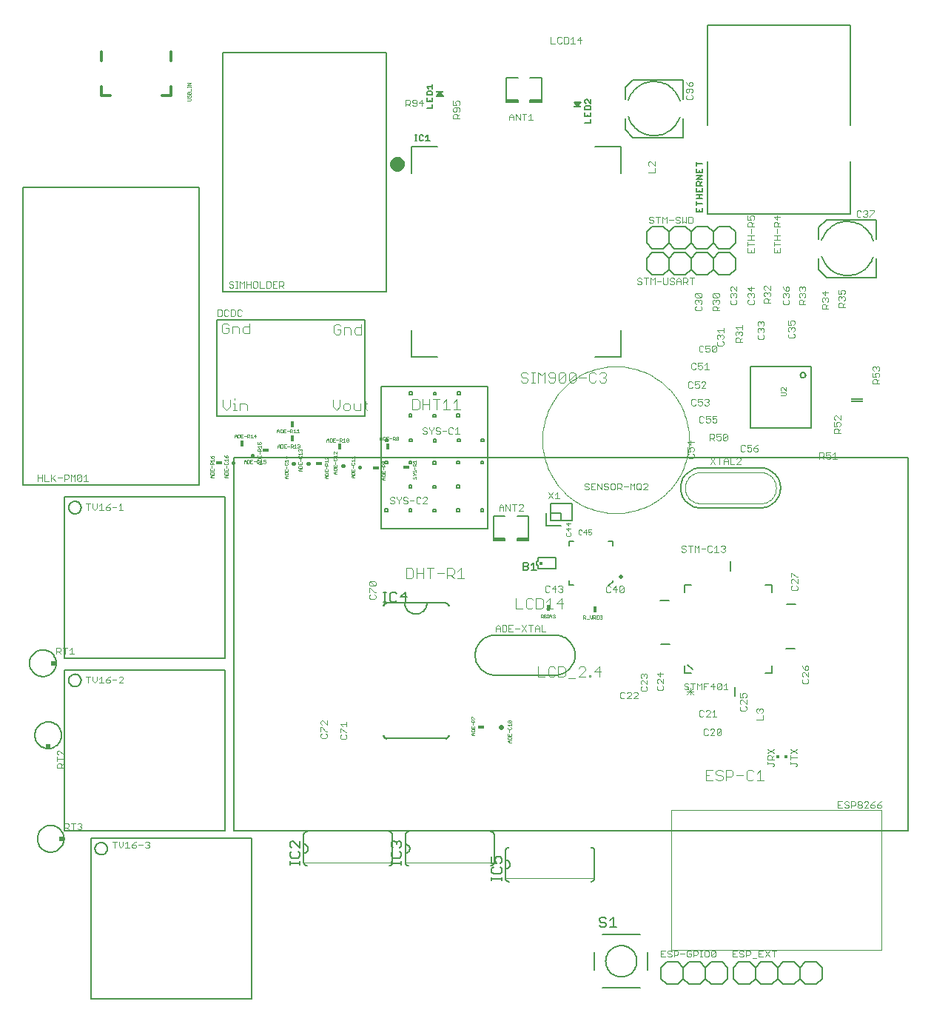
<source format=gto>
G75*
G70*
%OFA0B0*%
%FSLAX24Y24*%
%IPPOS*%
%LPD*%
%AMOC8*
5,1,8,0,0,1.08239X$1,22.5*
%
%ADD10C,0.0030*%
%ADD11C,0.0040*%
%ADD12C,0.0160*%
%ADD13C,0.0010*%
%ADD14C,0.0220*%
%ADD15C,0.0080*%
%ADD16C,0.0060*%
%ADD17C,0.0320*%
%ADD18C,0.0020*%
%ADD19C,0.0050*%
%ADD20R,0.0350X0.0075*%
%ADD21R,0.0280X0.0160*%
%ADD22R,0.0160X0.0280*%
%ADD23R,0.0300X0.0180*%
%ADD24C,0.0039*%
%ADD25C,0.0000*%
%ADD26R,0.0118X0.0118*%
%ADD27R,0.0230X0.0240*%
%ADD28R,0.0240X0.0230*%
%ADD29R,0.0551X0.0039*%
%ADD30R,0.0551X0.0079*%
%ADD31R,0.0039X0.0079*%
%ADD32C,0.0079*%
%ADD33C,0.0197*%
%ADD34R,0.0118X0.0157*%
%ADD35C,0.0120*%
D10*
X006817Y007978D02*
X006817Y008269D01*
X006721Y008269D02*
X006914Y008269D01*
X007015Y008269D02*
X007015Y008075D01*
X007112Y007978D01*
X007209Y008075D01*
X007209Y008269D01*
X007310Y008172D02*
X007407Y008269D01*
X007407Y007978D01*
X007503Y007978D02*
X007310Y007978D01*
X007604Y008027D02*
X007653Y007978D01*
X007750Y007978D01*
X007798Y008027D01*
X007798Y008075D01*
X007750Y008124D01*
X007604Y008124D01*
X007604Y008027D01*
X007604Y008124D02*
X007701Y008220D01*
X007798Y008269D01*
X007899Y008124D02*
X008093Y008124D01*
X008194Y008220D02*
X008242Y008269D01*
X008339Y008269D01*
X008387Y008220D01*
X008387Y008172D01*
X008339Y008124D01*
X008387Y008075D01*
X008387Y008027D01*
X008339Y007978D01*
X008242Y007978D01*
X008194Y008027D01*
X008291Y008124D02*
X008339Y008124D01*
X005345Y008856D02*
X005297Y008808D01*
X005200Y008808D01*
X005152Y008856D01*
X005249Y008953D02*
X005297Y008953D01*
X005345Y008904D01*
X005345Y008856D01*
X005297Y008953D02*
X005345Y009001D01*
X005345Y009049D01*
X005297Y009098D01*
X005200Y009098D01*
X005152Y009049D01*
X005051Y009098D02*
X004857Y009098D01*
X004954Y009098D02*
X004954Y008808D01*
X004756Y008808D02*
X004659Y008904D01*
X004708Y008904D02*
X004563Y008904D01*
X004563Y008808D02*
X004563Y009098D01*
X004708Y009098D01*
X004756Y009049D01*
X004756Y008953D01*
X004708Y008904D01*
X004533Y011587D02*
X004242Y011587D01*
X004242Y011732D01*
X004291Y011780D01*
X004387Y011780D01*
X004436Y011732D01*
X004436Y011587D01*
X004436Y011684D02*
X004533Y011780D01*
X004533Y011978D02*
X004242Y011978D01*
X004242Y011882D02*
X004242Y012075D01*
X004291Y012176D02*
X004242Y012225D01*
X004242Y012321D01*
X004291Y012370D01*
X004339Y012370D01*
X004533Y012176D01*
X004533Y012370D01*
X005636Y015409D02*
X005636Y015700D01*
X005539Y015700D02*
X005733Y015700D01*
X005834Y015700D02*
X005834Y015506D01*
X005931Y015409D01*
X006028Y015506D01*
X006028Y015700D01*
X006129Y015603D02*
X006225Y015700D01*
X006225Y015409D01*
X006129Y015409D02*
X006322Y015409D01*
X006423Y015458D02*
X006423Y015555D01*
X006568Y015555D01*
X006617Y015506D01*
X006617Y015458D01*
X006568Y015409D01*
X006472Y015409D01*
X006423Y015458D01*
X006423Y015555D02*
X006520Y015651D01*
X006617Y015700D01*
X006718Y015555D02*
X006912Y015555D01*
X007013Y015651D02*
X007061Y015700D01*
X007158Y015700D01*
X007206Y015651D01*
X007206Y015603D01*
X007013Y015409D01*
X007206Y015409D01*
X004991Y016711D02*
X004798Y016711D01*
X004894Y016711D02*
X004894Y017001D01*
X004798Y016905D01*
X004696Y017001D02*
X004503Y017001D01*
X004600Y017001D02*
X004600Y016711D01*
X004402Y016711D02*
X004305Y016808D01*
X004353Y016808D02*
X004208Y016808D01*
X004208Y016711D02*
X004208Y017001D01*
X004353Y017001D01*
X004402Y016953D01*
X004402Y016856D01*
X004353Y016808D01*
X005636Y023185D02*
X005636Y023475D01*
X005539Y023475D02*
X005733Y023475D01*
X005834Y023475D02*
X005834Y023282D01*
X005931Y023185D01*
X006028Y023282D01*
X006028Y023475D01*
X006129Y023379D02*
X006225Y023475D01*
X006225Y023185D01*
X006129Y023185D02*
X006322Y023185D01*
X006423Y023233D02*
X006472Y023185D01*
X006568Y023185D01*
X006617Y023233D01*
X006617Y023282D01*
X006568Y023330D01*
X006423Y023330D01*
X006423Y023233D01*
X006423Y023330D02*
X006520Y023427D01*
X006617Y023475D01*
X006718Y023330D02*
X006912Y023330D01*
X007013Y023379D02*
X007109Y023475D01*
X007109Y023185D01*
X007013Y023185D02*
X007206Y023185D01*
X005632Y024498D02*
X005439Y024498D01*
X005535Y024498D02*
X005535Y024788D01*
X005439Y024692D01*
X005337Y024740D02*
X005144Y024546D01*
X005192Y024498D01*
X005289Y024498D01*
X005337Y024546D01*
X005337Y024740D01*
X005289Y024788D01*
X005192Y024788D01*
X005144Y024740D01*
X005144Y024546D01*
X005043Y024498D02*
X005043Y024788D01*
X004946Y024692D01*
X004849Y024788D01*
X004849Y024498D01*
X004748Y024643D02*
X004700Y024595D01*
X004555Y024595D01*
X004555Y024498D02*
X004555Y024788D01*
X004700Y024788D01*
X004748Y024740D01*
X004748Y024643D01*
X004453Y024643D02*
X004260Y024643D01*
X004159Y024498D02*
X004014Y024643D01*
X003965Y024595D02*
X004159Y024788D01*
X003965Y024788D02*
X003965Y024498D01*
X003864Y024498D02*
X003671Y024498D01*
X003671Y024788D01*
X003570Y024788D02*
X003570Y024498D01*
X003570Y024643D02*
X003376Y024643D01*
X003376Y024498D02*
X003376Y024788D01*
X011469Y031923D02*
X011614Y031923D01*
X011662Y031972D01*
X011662Y032165D01*
X011614Y032214D01*
X011469Y032214D01*
X011469Y031923D01*
X011763Y031972D02*
X011812Y031923D01*
X011908Y031923D01*
X011957Y031972D01*
X012058Y031923D02*
X012203Y031923D01*
X012251Y031972D01*
X012251Y032165D01*
X012203Y032214D01*
X012058Y032214D01*
X012058Y031923D01*
X011957Y032165D02*
X011908Y032214D01*
X011812Y032214D01*
X011763Y032165D01*
X011763Y031972D01*
X012352Y031972D02*
X012401Y031923D01*
X012498Y031923D01*
X012546Y031972D01*
X012546Y032165D02*
X012498Y032214D01*
X012401Y032214D01*
X012352Y032165D01*
X012352Y031972D01*
X012374Y033199D02*
X012277Y033199D01*
X012325Y033199D02*
X012325Y033489D01*
X012277Y033489D02*
X012374Y033489D01*
X012473Y033489D02*
X012473Y033199D01*
X012667Y033199D02*
X012667Y033489D01*
X012570Y033392D01*
X012473Y033489D01*
X012768Y033489D02*
X012768Y033199D01*
X012768Y033344D02*
X012962Y033344D01*
X013063Y033441D02*
X013063Y033247D01*
X013111Y033199D01*
X013208Y033199D01*
X013256Y033247D01*
X013256Y033441D01*
X013208Y033489D01*
X013111Y033489D01*
X013063Y033441D01*
X012962Y033489D02*
X012962Y033199D01*
X013357Y033199D02*
X013357Y033489D01*
X013357Y033199D02*
X013551Y033199D01*
X013652Y033199D02*
X013797Y033199D01*
X013846Y033247D01*
X013846Y033441D01*
X013797Y033489D01*
X013652Y033489D01*
X013652Y033199D01*
X013947Y033199D02*
X013947Y033489D01*
X014140Y033489D01*
X014241Y033489D02*
X014386Y033489D01*
X014435Y033441D01*
X014435Y033344D01*
X014386Y033296D01*
X014241Y033296D01*
X014338Y033296D02*
X014435Y033199D01*
X014241Y033199D02*
X014241Y033489D01*
X014043Y033344D02*
X013947Y033344D01*
X013947Y033199D02*
X014140Y033199D01*
X012176Y033247D02*
X012127Y033199D01*
X012031Y033199D01*
X011982Y033247D01*
X012031Y033344D02*
X012127Y033344D01*
X012176Y033296D01*
X012176Y033247D01*
X012031Y033344D02*
X011982Y033392D01*
X011982Y033441D01*
X012031Y033489D01*
X012127Y033489D01*
X012176Y033441D01*
X019941Y041374D02*
X019941Y041664D01*
X020086Y041664D01*
X020134Y041616D01*
X020134Y041519D01*
X020086Y041471D01*
X019941Y041471D01*
X020038Y041471D02*
X020134Y041374D01*
X020236Y041422D02*
X020284Y041374D01*
X020381Y041374D01*
X020429Y041422D01*
X020429Y041616D01*
X020381Y041664D01*
X020284Y041664D01*
X020236Y041616D01*
X020236Y041568D01*
X020284Y041519D01*
X020429Y041519D01*
X020530Y041519D02*
X020724Y041519D01*
X020675Y041374D02*
X020675Y041664D01*
X020530Y041519D01*
X022072Y041608D02*
X022072Y041414D01*
X022217Y041414D01*
X022168Y041511D01*
X022168Y041559D01*
X022217Y041608D01*
X022313Y041608D01*
X022362Y041559D01*
X022362Y041463D01*
X022313Y041414D01*
X022313Y041313D02*
X022120Y041313D01*
X022072Y041265D01*
X022072Y041168D01*
X022120Y041119D01*
X022168Y041119D01*
X022217Y041168D01*
X022217Y041313D01*
X022313Y041313D02*
X022362Y041265D01*
X022362Y041168D01*
X022313Y041119D01*
X022362Y041018D02*
X022265Y040922D01*
X022265Y040970D02*
X022265Y040825D01*
X022362Y040825D02*
X022072Y040825D01*
X022072Y040970D01*
X022120Y041018D01*
X022217Y041018D01*
X022265Y040970D01*
X024591Y040934D02*
X024591Y040740D01*
X024591Y040885D02*
X024784Y040885D01*
X024784Y040934D02*
X024784Y040740D01*
X024885Y040740D02*
X024885Y041030D01*
X025079Y040740D01*
X025079Y041030D01*
X025180Y041030D02*
X025373Y041030D01*
X025277Y041030D02*
X025277Y040740D01*
X025475Y040740D02*
X025668Y040740D01*
X025571Y040740D02*
X025571Y041030D01*
X025475Y040934D01*
X024784Y040934D02*
X024687Y041030D01*
X024591Y040934D01*
X026478Y044205D02*
X026672Y044205D01*
X026773Y044253D02*
X026821Y044205D01*
X026918Y044205D01*
X026967Y044253D01*
X027068Y044205D02*
X027213Y044205D01*
X027261Y044253D01*
X027261Y044447D01*
X027213Y044495D01*
X027068Y044495D01*
X027068Y044205D01*
X026967Y044447D02*
X026918Y044495D01*
X026821Y044495D01*
X026773Y044447D01*
X026773Y044253D01*
X026478Y044205D02*
X026478Y044495D01*
X027362Y044398D02*
X027459Y044495D01*
X027459Y044205D01*
X027362Y044205D02*
X027556Y044205D01*
X027657Y044350D02*
X027850Y044350D01*
X027802Y044495D02*
X027657Y044350D01*
X027802Y044205D02*
X027802Y044495D01*
X032565Y042466D02*
X032613Y042369D01*
X032710Y042272D01*
X032710Y042417D01*
X032758Y042466D01*
X032807Y042466D01*
X032855Y042417D01*
X032855Y042321D01*
X032807Y042272D01*
X032710Y042272D01*
X032710Y042171D02*
X032710Y042026D01*
X032662Y041978D01*
X032613Y041978D01*
X032565Y042026D01*
X032565Y042123D01*
X032613Y042171D01*
X032807Y042171D01*
X032855Y042123D01*
X032855Y042026D01*
X032807Y041978D01*
X032807Y041877D02*
X032855Y041828D01*
X032855Y041731D01*
X032807Y041683D01*
X032613Y041683D01*
X032565Y041731D01*
X032565Y041828D01*
X032613Y041877D01*
X031147Y038877D02*
X031147Y038683D01*
X030954Y038877D01*
X030905Y038877D01*
X030857Y038829D01*
X030857Y038732D01*
X030905Y038683D01*
X031147Y038582D02*
X031147Y038389D01*
X030857Y038389D01*
X030955Y036398D02*
X030906Y036350D01*
X030906Y036301D01*
X030955Y036253D01*
X031052Y036253D01*
X031100Y036204D01*
X031100Y036156D01*
X031052Y036108D01*
X030955Y036108D01*
X030906Y036156D01*
X030955Y036398D02*
X031052Y036398D01*
X031100Y036350D01*
X031201Y036398D02*
X031395Y036398D01*
X031298Y036398D02*
X031298Y036108D01*
X031496Y036108D02*
X031496Y036398D01*
X031593Y036301D01*
X031689Y036398D01*
X031689Y036108D01*
X031790Y036253D02*
X031984Y036253D01*
X032085Y036301D02*
X032133Y036253D01*
X032230Y036253D01*
X032279Y036204D01*
X032279Y036156D01*
X032230Y036108D01*
X032133Y036108D01*
X032085Y036156D01*
X032085Y036301D02*
X032085Y036350D01*
X032133Y036398D01*
X032230Y036398D01*
X032279Y036350D01*
X032380Y036398D02*
X032380Y036108D01*
X032476Y036204D01*
X032573Y036108D01*
X032573Y036398D01*
X032674Y036398D02*
X032819Y036398D01*
X032868Y036350D01*
X032868Y036156D01*
X032819Y036108D01*
X032674Y036108D01*
X032674Y036398D01*
X035338Y036447D02*
X035338Y036253D01*
X035483Y036253D01*
X035434Y036350D01*
X035434Y036398D01*
X035483Y036447D01*
X035580Y036447D01*
X035628Y036398D01*
X035628Y036302D01*
X035580Y036253D01*
X035628Y036152D02*
X035531Y036055D01*
X035531Y036104D02*
X035531Y035959D01*
X035628Y035959D02*
X035338Y035959D01*
X035338Y036104D01*
X035386Y036152D01*
X035483Y036152D01*
X035531Y036104D01*
X035483Y035857D02*
X035483Y035664D01*
X035483Y035563D02*
X035483Y035369D01*
X035628Y035369D02*
X035338Y035369D01*
X035338Y035268D02*
X035338Y035075D01*
X035338Y035171D02*
X035628Y035171D01*
X035628Y034973D02*
X035628Y034780D01*
X035338Y034780D01*
X035338Y034973D01*
X035483Y034877D02*
X035483Y034780D01*
X035338Y035563D02*
X035628Y035563D01*
X036519Y035563D02*
X036809Y035563D01*
X036664Y035563D02*
X036664Y035369D01*
X036809Y035369D02*
X036519Y035369D01*
X036519Y035268D02*
X036519Y035075D01*
X036519Y035171D02*
X036809Y035171D01*
X036809Y034973D02*
X036809Y034780D01*
X036519Y034780D01*
X036519Y034973D01*
X036664Y034877D02*
X036664Y034780D01*
X036664Y035664D02*
X036664Y035857D01*
X036712Y035959D02*
X036712Y036104D01*
X036664Y036152D01*
X036567Y036152D01*
X036519Y036104D01*
X036519Y035959D01*
X036809Y035959D01*
X036712Y036055D02*
X036809Y036152D01*
X036664Y036253D02*
X036664Y036447D01*
X036809Y036398D02*
X036519Y036398D01*
X036664Y036253D01*
X036366Y033299D02*
X036366Y033105D01*
X036173Y033299D01*
X036124Y033299D01*
X036076Y033251D01*
X036076Y033154D01*
X036124Y033105D01*
X036124Y033004D02*
X036173Y033004D01*
X036221Y032956D01*
X036269Y033004D01*
X036318Y033004D01*
X036366Y032956D01*
X036366Y032859D01*
X036318Y032811D01*
X036366Y032710D02*
X036269Y032613D01*
X036269Y032661D02*
X036269Y032516D01*
X036366Y032516D02*
X036076Y032516D01*
X036076Y032661D01*
X036124Y032710D01*
X036221Y032710D01*
X036269Y032661D01*
X036124Y032811D02*
X036076Y032859D01*
X036076Y032956D01*
X036124Y033004D01*
X036221Y032956D02*
X036221Y032908D01*
X035629Y032908D02*
X035629Y032812D01*
X035581Y032763D01*
X035581Y032662D02*
X035629Y032614D01*
X035629Y032517D01*
X035581Y032469D01*
X035388Y032469D01*
X035339Y032517D01*
X035339Y032614D01*
X035388Y032662D01*
X035388Y032763D02*
X035339Y032812D01*
X035339Y032908D01*
X035388Y032957D01*
X035436Y032957D01*
X035484Y032908D01*
X035533Y032957D01*
X035581Y032957D01*
X035629Y032908D01*
X035484Y032908D02*
X035484Y032860D01*
X035484Y033058D02*
X035484Y033251D01*
X035629Y033203D02*
X035339Y033203D01*
X035484Y033058D01*
X034842Y033058D02*
X034649Y033251D01*
X034600Y033251D01*
X034552Y033203D01*
X034552Y033106D01*
X034600Y033058D01*
X034600Y032957D02*
X034649Y032957D01*
X034697Y032908D01*
X034745Y032957D01*
X034794Y032957D01*
X034842Y032908D01*
X034842Y032812D01*
X034794Y032763D01*
X034794Y032662D02*
X034842Y032614D01*
X034842Y032517D01*
X034794Y032469D01*
X034600Y032469D01*
X034552Y032517D01*
X034552Y032614D01*
X034600Y032662D01*
X034600Y032763D02*
X034552Y032812D01*
X034552Y032908D01*
X034600Y032957D01*
X034697Y032908D02*
X034697Y032860D01*
X034842Y033058D02*
X034842Y033251D01*
X034053Y032906D02*
X034053Y032809D01*
X034005Y032761D01*
X033811Y032954D01*
X034005Y032954D01*
X034053Y032906D01*
X034005Y032761D02*
X033811Y032761D01*
X033763Y032809D01*
X033763Y032906D01*
X033811Y032954D01*
X033811Y032660D02*
X033860Y032660D01*
X033908Y032611D01*
X033956Y032660D01*
X034005Y032660D01*
X034053Y032611D01*
X034053Y032515D01*
X034005Y032466D01*
X034053Y032365D02*
X033956Y032268D01*
X033956Y032317D02*
X033956Y032172D01*
X034053Y032172D02*
X033763Y032172D01*
X033763Y032317D01*
X033811Y032365D01*
X033908Y032365D01*
X033956Y032317D01*
X033811Y032466D02*
X033763Y032515D01*
X033763Y032611D01*
X033811Y032660D01*
X033908Y032611D02*
X033908Y032563D01*
X033267Y032516D02*
X033219Y032468D01*
X033267Y032516D02*
X033267Y032613D01*
X033219Y032661D01*
X033171Y032661D01*
X033122Y032613D01*
X033122Y032565D01*
X033122Y032613D02*
X033074Y032661D01*
X033025Y032661D01*
X032977Y032613D01*
X032977Y032516D01*
X033025Y032468D01*
X033025Y032367D02*
X032977Y032318D01*
X032977Y032222D01*
X033025Y032173D01*
X033219Y032173D01*
X033267Y032222D01*
X033267Y032318D01*
X033219Y032367D01*
X033219Y032763D02*
X033025Y032956D01*
X033219Y032956D01*
X033267Y032908D01*
X033267Y032811D01*
X033219Y032763D01*
X033025Y032763D01*
X032977Y032811D01*
X032977Y032908D01*
X033025Y032956D01*
X032820Y033352D02*
X032820Y033642D01*
X032724Y033642D02*
X032917Y033642D01*
X032622Y033594D02*
X032622Y033497D01*
X032574Y033449D01*
X032429Y033449D01*
X032526Y033449D02*
X032622Y033352D01*
X032429Y033352D02*
X032429Y033642D01*
X032574Y033642D01*
X032622Y033594D01*
X032328Y033545D02*
X032328Y033352D01*
X032328Y033497D02*
X032134Y033497D01*
X032134Y033545D02*
X032231Y033642D01*
X032328Y033545D01*
X032134Y033545D02*
X032134Y033352D01*
X032033Y033400D02*
X031985Y033352D01*
X031888Y033352D01*
X031840Y033400D01*
X031738Y033400D02*
X031738Y033642D01*
X031840Y033594D02*
X031840Y033545D01*
X031888Y033497D01*
X031985Y033497D01*
X032033Y033449D01*
X032033Y033400D01*
X032033Y033594D02*
X031985Y033642D01*
X031888Y033642D01*
X031840Y033594D01*
X031738Y033400D02*
X031690Y033352D01*
X031593Y033352D01*
X031545Y033400D01*
X031545Y033642D01*
X031444Y033497D02*
X031250Y033497D01*
X031149Y033642D02*
X031149Y033352D01*
X030956Y033352D02*
X030956Y033642D01*
X031052Y033545D01*
X031149Y033642D01*
X030855Y033642D02*
X030661Y033642D01*
X030758Y033642D02*
X030758Y033352D01*
X030560Y033400D02*
X030511Y033352D01*
X030415Y033352D01*
X030366Y033400D01*
X030415Y033497D02*
X030511Y033497D01*
X030560Y033449D01*
X030560Y033400D01*
X030415Y033497D02*
X030366Y033545D01*
X030366Y033594D01*
X030415Y033642D01*
X030511Y033642D01*
X030560Y033594D01*
X033198Y030601D02*
X033150Y030553D01*
X033150Y030359D01*
X033198Y030311D01*
X033295Y030311D01*
X033343Y030359D01*
X033444Y030359D02*
X033493Y030311D01*
X033589Y030311D01*
X033638Y030359D01*
X033638Y030456D01*
X033589Y030505D01*
X033541Y030505D01*
X033444Y030456D01*
X033444Y030601D01*
X033638Y030601D01*
X033739Y030553D02*
X033739Y030359D01*
X033932Y030553D01*
X033932Y030359D01*
X033884Y030311D01*
X033787Y030311D01*
X033739Y030359D01*
X033739Y030553D02*
X033787Y030601D01*
X033884Y030601D01*
X033932Y030553D01*
X034010Y030598D02*
X034203Y030598D01*
X034252Y030647D01*
X034252Y030744D01*
X034203Y030792D01*
X034203Y030893D02*
X034252Y030941D01*
X034252Y031038D01*
X034203Y031087D01*
X034155Y031087D01*
X034106Y031038D01*
X034106Y030990D01*
X034106Y031038D02*
X034058Y031087D01*
X034010Y031087D01*
X033961Y031038D01*
X033961Y030941D01*
X034010Y030893D01*
X034010Y030792D02*
X033961Y030744D01*
X033961Y030647D01*
X034010Y030598D01*
X034058Y031188D02*
X033961Y031285D01*
X034252Y031285D01*
X034252Y031381D02*
X034252Y031188D01*
X034796Y031185D02*
X034844Y031233D01*
X034892Y031233D01*
X034941Y031185D01*
X034989Y031233D01*
X035037Y031233D01*
X035086Y031185D01*
X035086Y031088D01*
X035037Y031040D01*
X035086Y030939D02*
X034989Y030842D01*
X034989Y030890D02*
X034989Y030745D01*
X035086Y030745D02*
X034796Y030745D01*
X034796Y030890D01*
X034844Y030939D01*
X034941Y030939D01*
X034989Y030890D01*
X034844Y031040D02*
X034796Y031088D01*
X034796Y031185D01*
X034941Y031185D02*
X034941Y031137D01*
X034892Y031335D02*
X034796Y031431D01*
X035086Y031431D01*
X035086Y031335D02*
X035086Y031528D01*
X035782Y031531D02*
X035782Y031628D01*
X035831Y031677D01*
X035879Y031677D01*
X035927Y031628D01*
X035976Y031677D01*
X036024Y031677D01*
X036072Y031628D01*
X036072Y031531D01*
X036024Y031483D01*
X036024Y031382D02*
X036072Y031334D01*
X036072Y031237D01*
X036024Y031188D01*
X036024Y031087D02*
X036072Y031039D01*
X036072Y030942D01*
X036024Y030894D01*
X035831Y030894D01*
X035782Y030942D01*
X035782Y031039D01*
X035831Y031087D01*
X035831Y031188D02*
X035782Y031237D01*
X035782Y031334D01*
X035831Y031382D01*
X035879Y031382D01*
X035927Y031334D01*
X035976Y031382D01*
X036024Y031382D01*
X035927Y031334D02*
X035927Y031285D01*
X035831Y031483D02*
X035782Y031531D01*
X035927Y031580D02*
X035927Y031628D01*
X036914Y032517D02*
X036962Y032469D01*
X037156Y032469D01*
X037204Y032517D01*
X037204Y032614D01*
X037156Y032662D01*
X037156Y032763D02*
X037204Y032812D01*
X037204Y032908D01*
X037156Y032957D01*
X037108Y032957D01*
X037059Y032908D01*
X037059Y032860D01*
X037059Y032908D02*
X037011Y032957D01*
X036962Y032957D01*
X036914Y032908D01*
X036914Y032812D01*
X036962Y032763D01*
X036962Y032662D02*
X036914Y032614D01*
X036914Y032517D01*
X037059Y033058D02*
X037059Y033203D01*
X037108Y033251D01*
X037156Y033251D01*
X037204Y033203D01*
X037204Y033106D01*
X037156Y033058D01*
X037059Y033058D01*
X036962Y033155D01*
X036914Y033251D01*
X037651Y033201D02*
X037651Y033105D01*
X037699Y033056D01*
X037699Y032955D02*
X037747Y032955D01*
X037796Y032907D01*
X037844Y032955D01*
X037893Y032955D01*
X037941Y032907D01*
X037941Y032810D01*
X037893Y032762D01*
X037941Y032660D02*
X037844Y032564D01*
X037844Y032612D02*
X037844Y032467D01*
X037941Y032467D02*
X037651Y032467D01*
X037651Y032612D01*
X037699Y032660D01*
X037796Y032660D01*
X037844Y032612D01*
X037699Y032762D02*
X037651Y032810D01*
X037651Y032907D01*
X037699Y032955D01*
X037796Y032907D02*
X037796Y032858D01*
X037893Y033056D02*
X037941Y033105D01*
X037941Y033201D01*
X037893Y033250D01*
X037844Y033250D01*
X037796Y033201D01*
X037796Y033153D01*
X037796Y033201D02*
X037747Y033250D01*
X037699Y033250D01*
X037651Y033201D01*
X038684Y033005D02*
X038829Y032859D01*
X038829Y033053D01*
X038974Y033005D02*
X038684Y033005D01*
X038732Y032758D02*
X038781Y032758D01*
X038829Y032710D01*
X038878Y032758D01*
X038926Y032758D01*
X038974Y032710D01*
X038974Y032613D01*
X038926Y032565D01*
X038974Y032464D02*
X038878Y032367D01*
X038878Y032415D02*
X038878Y032270D01*
X038974Y032270D02*
X038684Y032270D01*
X038684Y032415D01*
X038732Y032464D01*
X038829Y032464D01*
X038878Y032415D01*
X038732Y032565D02*
X038684Y032613D01*
X038684Y032710D01*
X038732Y032758D01*
X038829Y032710D02*
X038829Y032662D01*
X039422Y032662D02*
X039422Y032759D01*
X039471Y032807D01*
X039519Y032807D01*
X039567Y032759D01*
X039616Y032807D01*
X039664Y032807D01*
X039713Y032759D01*
X039713Y032662D01*
X039664Y032614D01*
X039713Y032513D02*
X039616Y032416D01*
X039616Y032464D02*
X039616Y032319D01*
X039713Y032319D02*
X039422Y032319D01*
X039422Y032464D01*
X039471Y032513D01*
X039567Y032513D01*
X039616Y032464D01*
X039471Y032614D02*
X039422Y032662D01*
X039567Y032711D02*
X039567Y032759D01*
X039567Y032909D02*
X039519Y033005D01*
X039519Y033054D01*
X039567Y033102D01*
X039664Y033102D01*
X039713Y033054D01*
X039713Y032957D01*
X039664Y032909D01*
X039567Y032909D02*
X039422Y032909D01*
X039422Y033102D01*
X037450Y031677D02*
X037450Y031581D01*
X037402Y031532D01*
X037305Y031532D02*
X037257Y031629D01*
X037257Y031677D01*
X037305Y031726D01*
X037402Y031726D01*
X037450Y031677D01*
X037305Y031532D02*
X037160Y031532D01*
X037160Y031726D01*
X037208Y031431D02*
X037257Y031431D01*
X037305Y031383D01*
X037354Y031431D01*
X037402Y031431D01*
X037450Y031383D01*
X037450Y031286D01*
X037402Y031238D01*
X037402Y031136D02*
X037450Y031088D01*
X037450Y030991D01*
X037402Y030943D01*
X037208Y030943D01*
X037160Y030991D01*
X037160Y031088D01*
X037208Y031136D01*
X037208Y031238D02*
X037160Y031286D01*
X037160Y031383D01*
X037208Y031431D01*
X037305Y031383D02*
X037305Y031334D01*
X040978Y029616D02*
X040978Y029520D01*
X041027Y029471D01*
X040978Y029370D02*
X040978Y029176D01*
X041123Y029176D01*
X041075Y029273D01*
X041075Y029322D01*
X041123Y029370D01*
X041220Y029370D01*
X041268Y029322D01*
X041268Y029225D01*
X041220Y029176D01*
X041268Y029075D02*
X041172Y028979D01*
X041172Y029027D02*
X041172Y028882D01*
X041268Y028882D02*
X040978Y028882D01*
X040978Y029027D01*
X041027Y029075D01*
X041123Y029075D01*
X041172Y029027D01*
X041220Y029471D02*
X041268Y029520D01*
X041268Y029616D01*
X041220Y029665D01*
X041172Y029665D01*
X041123Y029616D01*
X041123Y029568D01*
X041123Y029616D02*
X041075Y029665D01*
X041027Y029665D01*
X040978Y029616D01*
X039521Y027448D02*
X039521Y027255D01*
X039328Y027448D01*
X039279Y027448D01*
X039231Y027400D01*
X039231Y027303D01*
X039279Y027255D01*
X039231Y027154D02*
X039231Y026960D01*
X039376Y026960D01*
X039328Y027057D01*
X039328Y027105D01*
X039376Y027154D01*
X039473Y027154D01*
X039521Y027105D01*
X039521Y027008D01*
X039473Y026960D01*
X039521Y026859D02*
X039424Y026762D01*
X039424Y026811D02*
X039424Y026665D01*
X039521Y026665D02*
X039231Y026665D01*
X039231Y026811D01*
X039279Y026859D01*
X039376Y026859D01*
X039424Y026811D01*
X039259Y025795D02*
X039259Y025505D01*
X039162Y025505D02*
X039356Y025505D01*
X039162Y025698D02*
X039259Y025795D01*
X039061Y025795D02*
X038867Y025795D01*
X038867Y025650D01*
X038964Y025698D01*
X039013Y025698D01*
X039061Y025650D01*
X039061Y025553D01*
X039013Y025505D01*
X038916Y025505D01*
X038867Y025553D01*
X038766Y025505D02*
X038670Y025602D01*
X038718Y025602D02*
X038573Y025602D01*
X038573Y025505D02*
X038573Y025795D01*
X038718Y025795D01*
X038766Y025747D01*
X038766Y025650D01*
X038718Y025602D01*
X035803Y025881D02*
X035803Y025929D01*
X035754Y025978D01*
X035609Y025978D01*
X035609Y025881D01*
X035657Y025833D01*
X035754Y025833D01*
X035803Y025881D01*
X035706Y026075D02*
X035609Y025978D01*
X035508Y025978D02*
X035508Y025881D01*
X035459Y025833D01*
X035363Y025833D01*
X035314Y025881D01*
X035314Y025978D02*
X035411Y026026D01*
X035459Y026026D01*
X035508Y025978D01*
X035508Y026123D02*
X035314Y026123D01*
X035314Y025978D01*
X035213Y026075D02*
X035165Y026123D01*
X035068Y026123D01*
X035020Y026075D01*
X035020Y025881D01*
X035068Y025833D01*
X035165Y025833D01*
X035213Y025881D01*
X034987Y025545D02*
X035036Y025497D01*
X035036Y025448D01*
X034842Y025255D01*
X035036Y025255D01*
X034987Y025545D02*
X034890Y025545D01*
X034842Y025497D01*
X034741Y025255D02*
X034547Y025255D01*
X034547Y025545D01*
X034446Y025448D02*
X034349Y025545D01*
X034253Y025448D01*
X034253Y025255D01*
X034253Y025400D02*
X034446Y025400D01*
X034446Y025448D02*
X034446Y025255D01*
X034055Y025255D02*
X034055Y025545D01*
X033958Y025545D02*
X034152Y025545D01*
X033857Y025545D02*
X033663Y025255D01*
X033857Y025255D02*
X033663Y025545D01*
X032923Y025578D02*
X032923Y025675D01*
X032874Y025723D01*
X032874Y025824D02*
X032923Y025873D01*
X032923Y025969D01*
X032874Y026018D01*
X032778Y026018D01*
X032729Y025969D01*
X032729Y025921D01*
X032778Y025824D01*
X032633Y025824D01*
X032633Y026018D01*
X032778Y026119D02*
X032778Y026312D01*
X032923Y026264D02*
X032633Y026264D01*
X032778Y026119D01*
X032681Y025723D02*
X032633Y025675D01*
X032633Y025578D01*
X032681Y025530D01*
X032874Y025530D01*
X032923Y025578D01*
X033640Y026326D02*
X033640Y026617D01*
X033785Y026617D01*
X033834Y026568D01*
X033834Y026472D01*
X033785Y026423D01*
X033640Y026423D01*
X033737Y026423D02*
X033834Y026326D01*
X033935Y026375D02*
X033983Y026326D01*
X034080Y026326D01*
X034128Y026375D01*
X034128Y026472D01*
X034080Y026520D01*
X034032Y026520D01*
X033935Y026472D01*
X033935Y026617D01*
X034128Y026617D01*
X034230Y026568D02*
X034230Y026375D01*
X034423Y026568D01*
X034423Y026375D01*
X034375Y026326D01*
X034278Y026326D01*
X034230Y026375D01*
X034230Y026568D02*
X034278Y026617D01*
X034375Y026617D01*
X034423Y026568D01*
X033894Y027129D02*
X033797Y027129D01*
X033749Y027177D01*
X033749Y027274D02*
X033845Y027322D01*
X033894Y027322D01*
X033942Y027274D01*
X033942Y027177D01*
X033894Y027129D01*
X033749Y027274D02*
X033749Y027419D01*
X033942Y027419D01*
X033648Y027419D02*
X033454Y027419D01*
X033454Y027274D01*
X033551Y027322D01*
X033599Y027322D01*
X033648Y027274D01*
X033648Y027177D01*
X033599Y027129D01*
X033502Y027129D01*
X033454Y027177D01*
X033353Y027177D02*
X033305Y027129D01*
X033208Y027129D01*
X033159Y027177D01*
X033159Y027371D01*
X033208Y027419D01*
X033305Y027419D01*
X033353Y027371D01*
X033443Y027900D02*
X033394Y027948D01*
X033443Y027900D02*
X033540Y027900D01*
X033588Y027948D01*
X033588Y027996D01*
X033540Y028045D01*
X033491Y028045D01*
X033540Y028045D02*
X033588Y028093D01*
X033588Y028142D01*
X033540Y028190D01*
X033443Y028190D01*
X033394Y028142D01*
X033293Y028190D02*
X033100Y028190D01*
X033100Y028045D01*
X033197Y028093D01*
X033245Y028093D01*
X033293Y028045D01*
X033293Y027948D01*
X033245Y027900D01*
X033148Y027900D01*
X033100Y027948D01*
X032999Y027948D02*
X032950Y027900D01*
X032854Y027900D01*
X032805Y027948D01*
X032805Y028142D01*
X032854Y028190D01*
X032950Y028190D01*
X032999Y028142D01*
X033001Y028687D02*
X032952Y028735D01*
X033001Y028687D02*
X033097Y028687D01*
X033146Y028735D01*
X033146Y028832D01*
X033097Y028881D01*
X033049Y028881D01*
X032952Y028832D01*
X032952Y028977D01*
X033146Y028977D01*
X033247Y028929D02*
X033295Y028977D01*
X033392Y028977D01*
X033440Y028929D01*
X033440Y028881D01*
X033247Y028687D01*
X033440Y028687D01*
X033394Y029524D02*
X033588Y029524D01*
X033491Y029524D02*
X033491Y029814D01*
X033394Y029717D01*
X033293Y029669D02*
X033293Y029572D01*
X033245Y029524D01*
X033148Y029524D01*
X033100Y029572D01*
X033100Y029669D02*
X033197Y029717D01*
X033245Y029717D01*
X033293Y029669D01*
X033293Y029814D02*
X033100Y029814D01*
X033100Y029669D01*
X032999Y029766D02*
X032950Y029814D01*
X032854Y029814D01*
X032805Y029766D01*
X032805Y029572D01*
X032854Y029524D01*
X032950Y029524D01*
X032999Y029572D01*
X032803Y028977D02*
X032706Y028977D01*
X032658Y028929D01*
X032658Y028735D01*
X032706Y028687D01*
X032803Y028687D01*
X032851Y028735D01*
X032851Y028929D02*
X032803Y028977D01*
X033343Y030553D02*
X033295Y030601D01*
X033198Y030601D01*
X035706Y026075D02*
X035803Y026123D01*
X034275Y021595D02*
X034324Y021547D01*
X034324Y021499D01*
X034275Y021450D01*
X034324Y021402D01*
X034324Y021354D01*
X034275Y021305D01*
X034179Y021305D01*
X034130Y021354D01*
X034029Y021305D02*
X033836Y021305D01*
X033932Y021305D02*
X033932Y021595D01*
X033836Y021499D01*
X033734Y021547D02*
X033686Y021595D01*
X033589Y021595D01*
X033541Y021547D01*
X033541Y021354D01*
X033589Y021305D01*
X033686Y021305D01*
X033734Y021354D01*
X033440Y021450D02*
X033246Y021450D01*
X033145Y021595D02*
X033145Y021305D01*
X032952Y021305D02*
X032952Y021595D01*
X033048Y021499D01*
X033145Y021595D01*
X032850Y021595D02*
X032657Y021595D01*
X032754Y021595D02*
X032754Y021305D01*
X032556Y021354D02*
X032507Y021305D01*
X032411Y021305D01*
X032362Y021354D01*
X032411Y021450D02*
X032507Y021450D01*
X032556Y021402D01*
X032556Y021354D01*
X032411Y021450D02*
X032362Y021499D01*
X032362Y021547D01*
X032411Y021595D01*
X032507Y021595D01*
X032556Y021547D01*
X034130Y021547D02*
X034179Y021595D01*
X034275Y021595D01*
X034275Y021450D02*
X034227Y021450D01*
X037291Y020367D02*
X037340Y020367D01*
X037533Y020174D01*
X037581Y020174D01*
X037581Y020073D02*
X037581Y019879D01*
X037388Y020073D01*
X037340Y020073D01*
X037291Y020024D01*
X037291Y019928D01*
X037340Y019879D01*
X037340Y019778D02*
X037291Y019730D01*
X037291Y019633D01*
X037340Y019585D01*
X037533Y019585D01*
X037581Y019633D01*
X037581Y019730D01*
X037533Y019778D01*
X037291Y020174D02*
X037291Y020367D01*
X037783Y016184D02*
X037832Y016088D01*
X037928Y015991D01*
X037928Y016136D01*
X037977Y016184D01*
X038025Y016184D01*
X038074Y016136D01*
X038074Y016039D01*
X038025Y015991D01*
X037928Y015991D01*
X037880Y015890D02*
X037832Y015890D01*
X037783Y015841D01*
X037783Y015745D01*
X037832Y015696D01*
X037832Y015595D02*
X037783Y015547D01*
X037783Y015450D01*
X037832Y015402D01*
X038025Y015402D01*
X038074Y015450D01*
X038074Y015547D01*
X038025Y015595D01*
X038074Y015696D02*
X037880Y015890D01*
X038074Y015890D02*
X038074Y015696D01*
X036023Y014208D02*
X036023Y014111D01*
X035975Y014062D01*
X036023Y013961D02*
X036023Y013768D01*
X035733Y013768D01*
X035781Y014062D02*
X035733Y014111D01*
X035733Y014208D01*
X035781Y014256D01*
X035830Y014256D01*
X035878Y014208D01*
X035926Y014256D01*
X035975Y014256D01*
X036023Y014208D01*
X035878Y014208D02*
X035878Y014159D01*
X035285Y014210D02*
X035285Y014307D01*
X035237Y014355D01*
X035285Y014456D02*
X035092Y014650D01*
X035043Y014650D01*
X034995Y014601D01*
X034995Y014504D01*
X035043Y014456D01*
X035043Y014355D02*
X034995Y014307D01*
X034995Y014210D01*
X035043Y014161D01*
X035237Y014161D01*
X035285Y014210D01*
X035285Y014456D02*
X035285Y014650D01*
X035237Y014751D02*
X035285Y014799D01*
X035285Y014896D01*
X035237Y014944D01*
X035140Y014944D01*
X035092Y014896D01*
X035092Y014848D01*
X035140Y014751D01*
X034995Y014751D01*
X034995Y014944D01*
X034444Y015106D02*
X034250Y015106D01*
X034347Y015106D02*
X034347Y015397D01*
X034250Y015300D01*
X034149Y015348D02*
X033956Y015155D01*
X034004Y015106D01*
X034101Y015106D01*
X034149Y015155D01*
X034149Y015348D01*
X034101Y015397D01*
X034004Y015397D01*
X033956Y015348D01*
X033956Y015155D01*
X033855Y015251D02*
X033661Y015251D01*
X033806Y015397D01*
X033806Y015106D01*
X033463Y015251D02*
X033367Y015251D01*
X033367Y015106D02*
X033367Y015397D01*
X033560Y015397D01*
X033265Y015397D02*
X033265Y015106D01*
X033072Y015106D02*
X033072Y015397D01*
X033169Y015300D01*
X033265Y015397D01*
X032971Y015397D02*
X032777Y015397D01*
X032874Y015397D02*
X032874Y015106D01*
X032904Y015033D02*
X032590Y015033D01*
X032904Y015033D01*
X032904Y014876D02*
X032590Y015190D01*
X032904Y014876D01*
X032747Y014876D02*
X032747Y015190D01*
X032747Y014876D01*
X032590Y014876D02*
X032904Y015190D01*
X032590Y014876D01*
X032628Y015106D02*
X032531Y015106D01*
X032483Y015155D01*
X032531Y015251D02*
X032628Y015251D01*
X032676Y015203D01*
X032676Y015155D01*
X032628Y015106D01*
X032531Y015251D02*
X032483Y015300D01*
X032483Y015348D01*
X032531Y015397D01*
X032628Y015397D01*
X032676Y015348D01*
X033208Y014181D02*
X033159Y014133D01*
X033159Y013939D01*
X033208Y013891D01*
X033305Y013891D01*
X033353Y013939D01*
X033454Y013891D02*
X033648Y014084D01*
X033648Y014133D01*
X033599Y014181D01*
X033502Y014181D01*
X033454Y014133D01*
X033353Y014133D02*
X033305Y014181D01*
X033208Y014181D01*
X033454Y013891D02*
X033648Y013891D01*
X033749Y013891D02*
X033942Y013891D01*
X033845Y013891D02*
X033845Y014181D01*
X033749Y014084D01*
X033796Y013344D02*
X033699Y013344D01*
X033651Y013296D01*
X033550Y013296D02*
X033501Y013344D01*
X033405Y013344D01*
X033356Y013296D01*
X033356Y013102D01*
X033405Y013054D01*
X033501Y013054D01*
X033550Y013102D01*
X033651Y013054D02*
X033844Y013248D01*
X033844Y013296D01*
X033796Y013344D01*
X033946Y013296D02*
X033994Y013344D01*
X034091Y013344D01*
X034139Y013296D01*
X033946Y013102D01*
X033994Y013054D01*
X034091Y013054D01*
X034139Y013102D01*
X034139Y013296D01*
X033946Y013296D02*
X033946Y013102D01*
X033844Y013054D02*
X033651Y013054D01*
X031545Y015145D02*
X031545Y015242D01*
X031496Y015290D01*
X031545Y015391D02*
X031351Y015585D01*
X031303Y015585D01*
X031255Y015536D01*
X031255Y015440D01*
X031303Y015391D01*
X031303Y015290D02*
X031255Y015242D01*
X031255Y015145D01*
X031303Y015096D01*
X031496Y015096D01*
X031545Y015145D01*
X031545Y015391D02*
X031545Y015585D01*
X031400Y015686D02*
X031400Y015879D01*
X031545Y015831D02*
X031255Y015831D01*
X031400Y015686D01*
X030807Y015685D02*
X030758Y015637D01*
X030807Y015685D02*
X030807Y015782D01*
X030758Y015830D01*
X030710Y015830D01*
X030662Y015782D01*
X030662Y015733D01*
X030662Y015782D02*
X030613Y015830D01*
X030565Y015830D01*
X030516Y015782D01*
X030516Y015685D01*
X030565Y015637D01*
X030565Y015535D02*
X030516Y015487D01*
X030516Y015390D01*
X030565Y015342D01*
X030565Y015241D02*
X030516Y015192D01*
X030516Y015096D01*
X030565Y015047D01*
X030758Y015047D01*
X030807Y015096D01*
X030807Y015192D01*
X030758Y015241D01*
X030807Y015342D02*
X030613Y015535D01*
X030565Y015535D01*
X030807Y015535D02*
X030807Y015342D01*
X030389Y014953D02*
X030341Y015001D01*
X030244Y015001D01*
X030196Y014953D01*
X030094Y014953D02*
X030046Y015001D01*
X029949Y015001D01*
X029901Y014953D01*
X029800Y014953D02*
X029751Y015001D01*
X029655Y015001D01*
X029606Y014953D01*
X029606Y014759D01*
X029655Y014711D01*
X029751Y014711D01*
X029800Y014759D01*
X029901Y014711D02*
X030094Y014904D01*
X030094Y014953D01*
X030094Y014711D02*
X029901Y014711D01*
X030196Y014711D02*
X030389Y014904D01*
X030389Y014953D01*
X030389Y014711D02*
X030196Y014711D01*
X026243Y017717D02*
X026050Y017717D01*
X026050Y018007D01*
X025949Y017910D02*
X025949Y017717D01*
X025949Y017862D02*
X025755Y017862D01*
X025755Y017910D02*
X025852Y018007D01*
X025949Y017910D01*
X025755Y017910D02*
X025755Y017717D01*
X025557Y017717D02*
X025557Y018007D01*
X025461Y018007D02*
X025654Y018007D01*
X025359Y018007D02*
X025166Y017717D01*
X025065Y017862D02*
X024871Y017862D01*
X024770Y018007D02*
X024577Y018007D01*
X024577Y017717D01*
X024770Y017717D01*
X024673Y017862D02*
X024577Y017862D01*
X024475Y017959D02*
X024427Y018007D01*
X024282Y018007D01*
X024282Y017717D01*
X024427Y017717D01*
X024475Y017765D01*
X024475Y017959D01*
X024181Y017910D02*
X024181Y017717D01*
X024181Y017862D02*
X023987Y017862D01*
X023987Y017910D02*
X024084Y018007D01*
X024181Y017910D01*
X023987Y017910D02*
X023987Y017717D01*
X025166Y018007D02*
X025359Y017717D01*
X026269Y019501D02*
X026366Y019501D01*
X026414Y019549D01*
X026515Y019646D02*
X026709Y019646D01*
X026810Y019549D02*
X026858Y019501D01*
X026955Y019501D01*
X027003Y019549D01*
X027003Y019598D01*
X026955Y019646D01*
X026906Y019646D01*
X026955Y019646D02*
X027003Y019694D01*
X027003Y019743D01*
X026955Y019791D01*
X026858Y019791D01*
X026810Y019743D01*
X026660Y019791D02*
X026515Y019646D01*
X026414Y019743D02*
X026366Y019791D01*
X026269Y019791D01*
X026220Y019743D01*
X026220Y019549D01*
X026269Y019501D01*
X026660Y019501D02*
X026660Y019791D01*
X028967Y019726D02*
X028967Y019533D01*
X029015Y019484D01*
X029112Y019484D01*
X029160Y019533D01*
X029261Y019629D02*
X029455Y019629D01*
X029556Y019533D02*
X029749Y019726D01*
X029749Y019533D01*
X029701Y019484D01*
X029604Y019484D01*
X029556Y019533D01*
X029556Y019726D01*
X029604Y019775D01*
X029701Y019775D01*
X029749Y019726D01*
X029406Y019775D02*
X029406Y019484D01*
X029261Y019629D02*
X029406Y019775D01*
X029160Y019726D02*
X029112Y019775D01*
X029015Y019775D01*
X028967Y019726D01*
X025225Y023171D02*
X025032Y023171D01*
X025225Y023365D01*
X025225Y023413D01*
X025177Y023462D01*
X025080Y023462D01*
X025032Y023413D01*
X024930Y023462D02*
X024737Y023462D01*
X024834Y023462D02*
X024834Y023171D01*
X024636Y023171D02*
X024636Y023462D01*
X024442Y023462D02*
X024636Y023171D01*
X024442Y023171D02*
X024442Y023462D01*
X024341Y023365D02*
X024341Y023171D01*
X024341Y023316D02*
X024148Y023316D01*
X024148Y023365D02*
X024244Y023462D01*
X024341Y023365D01*
X024148Y023365D02*
X024148Y023171D01*
X020901Y023487D02*
X020707Y023487D01*
X020901Y023681D01*
X020901Y023729D01*
X020852Y023777D01*
X020756Y023777D01*
X020707Y023729D01*
X020606Y023729D02*
X020558Y023777D01*
X020461Y023777D01*
X020413Y023729D01*
X020413Y023535D01*
X020461Y023487D01*
X020558Y023487D01*
X020606Y023535D01*
X020312Y023632D02*
X020118Y023632D01*
X020017Y023584D02*
X020017Y023535D01*
X019969Y023487D01*
X019872Y023487D01*
X019823Y023535D01*
X019872Y023632D02*
X019969Y023632D01*
X020017Y023584D01*
X020017Y023729D02*
X019969Y023777D01*
X019872Y023777D01*
X019823Y023729D01*
X019823Y023681D01*
X019872Y023632D01*
X019722Y023729D02*
X019722Y023777D01*
X019722Y023729D02*
X019625Y023632D01*
X019625Y023487D01*
X019625Y023632D02*
X019529Y023729D01*
X019529Y023777D01*
X019428Y023729D02*
X019379Y023777D01*
X019282Y023777D01*
X019234Y023729D01*
X019234Y023681D01*
X019282Y023632D01*
X019379Y023632D01*
X019428Y023584D01*
X019428Y023535D01*
X019379Y023487D01*
X019282Y023487D01*
X019234Y023535D01*
X020747Y026620D02*
X020699Y026668D01*
X020747Y026620D02*
X020844Y026620D01*
X020892Y026668D01*
X020892Y026717D01*
X020844Y026765D01*
X020747Y026765D01*
X020699Y026814D01*
X020699Y026862D01*
X020747Y026910D01*
X020844Y026910D01*
X020892Y026862D01*
X020994Y026862D02*
X021090Y026765D01*
X021090Y026620D01*
X021090Y026765D02*
X021187Y026862D01*
X021187Y026910D01*
X021288Y026862D02*
X021288Y026814D01*
X021337Y026765D01*
X021433Y026765D01*
X021482Y026717D01*
X021482Y026668D01*
X021433Y026620D01*
X021337Y026620D01*
X021288Y026668D01*
X021288Y026862D02*
X021337Y026910D01*
X021433Y026910D01*
X021482Y026862D01*
X021583Y026765D02*
X021776Y026765D01*
X021877Y026862D02*
X021877Y026668D01*
X021926Y026620D01*
X022023Y026620D01*
X022071Y026668D01*
X022172Y026620D02*
X022366Y026620D01*
X022269Y026620D02*
X022269Y026910D01*
X022172Y026814D01*
X022071Y026862D02*
X022023Y026910D01*
X021926Y026910D01*
X021877Y026862D01*
X020994Y026862D02*
X020994Y026910D01*
X018537Y019974D02*
X018343Y019974D01*
X018537Y019780D01*
X018585Y019829D01*
X018585Y019925D01*
X018537Y019974D01*
X018343Y019974D02*
X018295Y019925D01*
X018295Y019829D01*
X018343Y019780D01*
X018537Y019780D01*
X018343Y019679D02*
X018537Y019486D01*
X018585Y019486D01*
X018537Y019384D02*
X018585Y019336D01*
X018585Y019239D01*
X018537Y019191D01*
X018343Y019191D01*
X018295Y019239D01*
X018295Y019336D01*
X018343Y019384D01*
X018295Y019486D02*
X018295Y019679D01*
X018343Y019679D01*
X017273Y013665D02*
X017273Y013471D01*
X017273Y013568D02*
X016983Y013568D01*
X017080Y013471D01*
X017031Y013370D02*
X017225Y013177D01*
X017273Y013177D01*
X017225Y013075D02*
X017273Y013027D01*
X017273Y012930D01*
X017225Y012882D01*
X017031Y012882D01*
X016983Y012930D01*
X016983Y013027D01*
X017031Y013075D01*
X016983Y013177D02*
X016983Y013370D01*
X017031Y013370D01*
X016391Y013230D02*
X016343Y013230D01*
X016149Y013423D01*
X016101Y013423D01*
X016101Y013230D01*
X016149Y013129D02*
X016101Y013080D01*
X016101Y012983D01*
X016149Y012935D01*
X016343Y012935D01*
X016391Y012983D01*
X016391Y013080D01*
X016343Y013129D01*
X016391Y013524D02*
X016198Y013718D01*
X016149Y013718D01*
X016101Y013670D01*
X016101Y013573D01*
X016149Y013524D01*
X016391Y013524D02*
X016391Y013718D01*
X027986Y024155D02*
X028035Y024106D01*
X028131Y024106D01*
X028180Y024155D01*
X028180Y024203D01*
X028131Y024251D01*
X028035Y024251D01*
X027986Y024300D01*
X027986Y024348D01*
X028035Y024397D01*
X028131Y024397D01*
X028180Y024348D01*
X028281Y024397D02*
X028281Y024106D01*
X028474Y024106D01*
X028576Y024106D02*
X028576Y024397D01*
X028769Y024106D01*
X028769Y024397D01*
X028870Y024348D02*
X028870Y024300D01*
X028919Y024251D01*
X029015Y024251D01*
X029064Y024203D01*
X029064Y024155D01*
X029015Y024106D01*
X028919Y024106D01*
X028870Y024155D01*
X028870Y024348D02*
X028919Y024397D01*
X029015Y024397D01*
X029064Y024348D01*
X029165Y024348D02*
X029165Y024155D01*
X029213Y024106D01*
X029310Y024106D01*
X029358Y024155D01*
X029358Y024348D01*
X029310Y024397D01*
X029213Y024397D01*
X029165Y024348D01*
X029460Y024397D02*
X029605Y024397D01*
X029653Y024348D01*
X029653Y024251D01*
X029605Y024203D01*
X029460Y024203D01*
X029556Y024203D02*
X029653Y024106D01*
X029754Y024251D02*
X029948Y024251D01*
X030049Y024106D02*
X030049Y024397D01*
X030146Y024300D01*
X030242Y024397D01*
X030242Y024106D01*
X030343Y024155D02*
X030392Y024106D01*
X030489Y024106D01*
X030537Y024155D01*
X030537Y024348D01*
X030489Y024397D01*
X030392Y024397D01*
X030343Y024348D01*
X030343Y024155D01*
X030440Y024203D02*
X030537Y024106D01*
X030638Y024106D02*
X030832Y024300D01*
X030832Y024348D01*
X030783Y024397D01*
X030686Y024397D01*
X030638Y024348D01*
X030638Y024106D02*
X030832Y024106D01*
X029460Y024106D02*
X029460Y024397D01*
X028474Y024397D02*
X028281Y024397D01*
X028281Y024251D02*
X028378Y024251D01*
X036225Y012434D02*
X036515Y012241D01*
X036515Y012140D02*
X036419Y012043D01*
X036419Y012091D02*
X036419Y011946D01*
X036515Y011946D02*
X036225Y011946D01*
X036225Y012091D01*
X036273Y012140D01*
X036370Y012140D01*
X036419Y012091D01*
X036225Y012241D02*
X036515Y012434D01*
X036225Y011845D02*
X036225Y011748D01*
X036225Y011797D02*
X036467Y011797D01*
X036515Y011748D01*
X036515Y011700D01*
X036467Y011652D01*
X037259Y011748D02*
X037259Y011845D01*
X037259Y011797D02*
X037500Y011797D01*
X037549Y011748D01*
X037549Y011700D01*
X037500Y011652D01*
X037259Y011946D02*
X037259Y012140D01*
X037259Y012043D02*
X037549Y012043D01*
X037549Y012241D02*
X037259Y012434D01*
X037259Y012241D02*
X037549Y012434D01*
X039404Y010076D02*
X039404Y009785D01*
X039597Y009785D01*
X039698Y009834D02*
X039747Y009785D01*
X039843Y009785D01*
X039892Y009834D01*
X039892Y009882D01*
X039843Y009931D01*
X039747Y009931D01*
X039698Y009979D01*
X039698Y010027D01*
X039747Y010076D01*
X039843Y010076D01*
X039892Y010027D01*
X039993Y010076D02*
X040138Y010076D01*
X040186Y010027D01*
X040186Y009931D01*
X040138Y009882D01*
X039993Y009882D01*
X039993Y009785D02*
X039993Y010076D01*
X040288Y010027D02*
X040288Y009979D01*
X040336Y009931D01*
X040433Y009931D01*
X040481Y009882D01*
X040481Y009834D01*
X040433Y009785D01*
X040336Y009785D01*
X040288Y009834D01*
X040288Y009882D01*
X040336Y009931D01*
X040433Y009931D02*
X040481Y009979D01*
X040481Y010027D01*
X040433Y010076D01*
X040336Y010076D01*
X040288Y010027D01*
X040582Y010027D02*
X040631Y010076D01*
X040727Y010076D01*
X040776Y010027D01*
X040776Y009979D01*
X040582Y009785D01*
X040776Y009785D01*
X040877Y009834D02*
X040925Y009785D01*
X041022Y009785D01*
X041070Y009834D01*
X041070Y009882D01*
X041022Y009931D01*
X040877Y009931D01*
X040877Y009834D01*
X040877Y009931D02*
X040974Y010027D01*
X041070Y010076D01*
X041171Y009931D02*
X041268Y010027D01*
X041365Y010076D01*
X041317Y009931D02*
X041171Y009931D01*
X041171Y009834D01*
X041220Y009785D01*
X041317Y009785D01*
X041365Y009834D01*
X041365Y009882D01*
X041317Y009931D01*
X039597Y010076D02*
X039404Y010076D01*
X039404Y009931D02*
X039500Y009931D01*
X036628Y003365D02*
X036435Y003365D01*
X036532Y003365D02*
X036532Y003074D01*
X036334Y003074D02*
X036140Y003365D01*
X036039Y003365D02*
X035845Y003365D01*
X035845Y003074D01*
X036039Y003074D01*
X036140Y003074D02*
X036334Y003365D01*
X035942Y003219D02*
X035845Y003219D01*
X035744Y003026D02*
X035551Y003026D01*
X035401Y003171D02*
X035450Y003219D01*
X035450Y003316D01*
X035401Y003365D01*
X035256Y003365D01*
X035256Y003074D01*
X035256Y003171D02*
X035401Y003171D01*
X035155Y003171D02*
X035155Y003123D01*
X035107Y003074D01*
X035010Y003074D01*
X034962Y003123D01*
X035010Y003219D02*
X035107Y003219D01*
X035155Y003171D01*
X035155Y003316D02*
X035107Y003365D01*
X035010Y003365D01*
X034962Y003316D01*
X034962Y003268D01*
X035010Y003219D01*
X034860Y003074D02*
X034667Y003074D01*
X034667Y003365D01*
X034860Y003365D01*
X034764Y003219D02*
X034667Y003219D01*
X033879Y003123D02*
X033831Y003074D01*
X033734Y003074D01*
X033686Y003123D01*
X033879Y003316D01*
X033879Y003123D01*
X033879Y003316D02*
X033831Y003365D01*
X033734Y003365D01*
X033686Y003316D01*
X033686Y003123D01*
X033585Y003123D02*
X033585Y003316D01*
X033536Y003365D01*
X033439Y003365D01*
X033391Y003316D01*
X033391Y003123D01*
X033439Y003074D01*
X033536Y003074D01*
X033585Y003123D01*
X033291Y003074D02*
X033195Y003074D01*
X033243Y003074D02*
X033243Y003365D01*
X033195Y003365D02*
X033291Y003365D01*
X033093Y003316D02*
X033093Y003219D01*
X033045Y003171D01*
X032900Y003171D01*
X032900Y003074D02*
X032900Y003365D01*
X033045Y003365D01*
X033093Y003316D01*
X032799Y003316D02*
X032750Y003365D01*
X032654Y003365D01*
X032605Y003316D01*
X032605Y003123D01*
X032654Y003074D01*
X032750Y003074D01*
X032799Y003123D01*
X032799Y003219D01*
X032702Y003219D01*
X032504Y003219D02*
X032311Y003219D01*
X032210Y003219D02*
X032161Y003171D01*
X032016Y003171D01*
X032016Y003074D02*
X032016Y003365D01*
X032161Y003365D01*
X032210Y003316D01*
X032210Y003219D01*
X031915Y003171D02*
X031915Y003123D01*
X031867Y003074D01*
X031770Y003074D01*
X031721Y003123D01*
X031770Y003219D02*
X031867Y003219D01*
X031915Y003171D01*
X031915Y003316D02*
X031867Y003365D01*
X031770Y003365D01*
X031721Y003316D01*
X031721Y003268D01*
X031770Y003219D01*
X031620Y003074D02*
X031427Y003074D01*
X031427Y003365D01*
X031620Y003365D01*
X031523Y003219D02*
X031427Y003219D01*
X040296Y036383D02*
X040393Y036383D01*
X040441Y036431D01*
X040543Y036431D02*
X040591Y036383D01*
X040688Y036383D01*
X040736Y036431D01*
X040736Y036480D01*
X040688Y036528D01*
X040639Y036528D01*
X040688Y036528D02*
X040736Y036576D01*
X040736Y036625D01*
X040688Y036673D01*
X040591Y036673D01*
X040543Y036625D01*
X040441Y036625D02*
X040393Y036673D01*
X040296Y036673D01*
X040248Y036625D01*
X040248Y036431D01*
X040296Y036383D01*
X040837Y036383D02*
X040837Y036431D01*
X041031Y036625D01*
X041031Y036673D01*
X040837Y036673D01*
D11*
X028970Y029322D02*
X028970Y029245D01*
X028893Y029168D01*
X028970Y029092D01*
X028970Y029015D01*
X028893Y028938D01*
X028739Y028938D01*
X028663Y029015D01*
X028509Y029015D02*
X028432Y028938D01*
X028279Y028938D01*
X028202Y029015D01*
X028202Y029322D01*
X028279Y029399D01*
X028432Y029399D01*
X028509Y029322D01*
X028663Y029322D02*
X028739Y029399D01*
X028893Y029399D01*
X028970Y029322D01*
X028893Y029168D02*
X028816Y029168D01*
X028049Y029168D02*
X027742Y029168D01*
X027588Y029322D02*
X027588Y029015D01*
X027512Y028938D01*
X027358Y028938D01*
X027281Y029015D01*
X027588Y029322D01*
X027512Y029399D01*
X027358Y029399D01*
X027281Y029322D01*
X027281Y029015D01*
X027128Y029015D02*
X027051Y028938D01*
X026898Y028938D01*
X026821Y029015D01*
X027128Y029322D01*
X027128Y029015D01*
X027128Y029322D02*
X027051Y029399D01*
X026898Y029399D01*
X026821Y029322D01*
X026821Y029015D01*
X026668Y029015D02*
X026668Y029322D01*
X026591Y029399D01*
X026437Y029399D01*
X026361Y029322D01*
X026361Y029245D01*
X026437Y029168D01*
X026668Y029168D01*
X026668Y029015D02*
X026591Y028938D01*
X026437Y028938D01*
X026361Y029015D01*
X026207Y028938D02*
X026207Y029399D01*
X026054Y029245D01*
X025900Y029399D01*
X025900Y028938D01*
X025747Y028938D02*
X025593Y028938D01*
X025670Y028938D02*
X025670Y029399D01*
X025593Y029399D02*
X025747Y029399D01*
X025440Y029322D02*
X025363Y029399D01*
X025210Y029399D01*
X025133Y029322D01*
X025133Y029245D01*
X025210Y029168D01*
X025363Y029168D01*
X025440Y029092D01*
X025440Y029015D01*
X025363Y028938D01*
X025210Y028938D01*
X025133Y029015D01*
X022234Y028173D02*
X022234Y027712D01*
X022081Y027712D02*
X022387Y027712D01*
X022081Y028019D02*
X022234Y028173D01*
X021927Y027712D02*
X021620Y027712D01*
X021774Y027712D02*
X021774Y028173D01*
X021620Y028019D01*
X021467Y028173D02*
X021160Y028173D01*
X021313Y028173D02*
X021313Y027712D01*
X021006Y027712D02*
X021006Y028173D01*
X021006Y027943D02*
X020699Y027943D01*
X020546Y028096D02*
X020469Y028173D01*
X020239Y028173D01*
X020239Y027712D01*
X020469Y027712D01*
X020546Y027789D01*
X020546Y028096D01*
X020699Y028173D02*
X020699Y027712D01*
X018199Y027694D02*
X018122Y027771D01*
X018122Y028078D01*
X018046Y028001D02*
X018199Y028001D01*
X017892Y028001D02*
X017892Y027694D01*
X017662Y027694D01*
X017585Y027771D01*
X017585Y028001D01*
X017432Y027924D02*
X017355Y028001D01*
X017202Y028001D01*
X017125Y027924D01*
X017125Y027771D01*
X017202Y027694D01*
X017355Y027694D01*
X017432Y027771D01*
X017432Y027924D01*
X016971Y027847D02*
X016818Y027694D01*
X016664Y027847D01*
X016664Y028154D01*
X016971Y028154D02*
X016971Y027847D01*
X016934Y031103D02*
X017011Y031180D01*
X017011Y031334D01*
X016857Y031334D01*
X016704Y031487D02*
X016704Y031180D01*
X016781Y031103D01*
X016934Y031103D01*
X017164Y031103D02*
X017164Y031410D01*
X017394Y031410D01*
X017471Y031334D01*
X017471Y031103D01*
X017625Y031180D02*
X017625Y031334D01*
X017701Y031410D01*
X017932Y031410D01*
X017932Y031564D02*
X017932Y031103D01*
X017701Y031103D01*
X017625Y031180D01*
X017011Y031487D02*
X016934Y031564D01*
X016781Y031564D01*
X016704Y031487D01*
X012896Y031450D02*
X012666Y031450D01*
X012589Y031373D01*
X012589Y031220D01*
X012666Y031143D01*
X012896Y031143D01*
X012896Y031603D01*
X012436Y031373D02*
X012436Y031143D01*
X012436Y031373D02*
X012359Y031450D01*
X012129Y031450D01*
X012129Y031143D01*
X011975Y031220D02*
X011975Y031373D01*
X011822Y031373D01*
X011975Y031220D02*
X011899Y031143D01*
X011745Y031143D01*
X011668Y031220D01*
X011668Y031526D01*
X011745Y031603D01*
X011899Y031603D01*
X011975Y031526D01*
X012245Y028231D02*
X012245Y028154D01*
X012245Y028001D02*
X012245Y027694D01*
X012168Y027694D02*
X012322Y027694D01*
X012475Y027694D02*
X012475Y028001D01*
X012705Y028001D01*
X012782Y027924D01*
X012782Y027694D01*
X012245Y028001D02*
X012168Y028001D01*
X012015Y028154D02*
X012015Y027847D01*
X011861Y027694D01*
X011708Y027847D01*
X011708Y028154D01*
X019969Y020572D02*
X019969Y020112D01*
X020199Y020112D01*
X020276Y020188D01*
X020276Y020495D01*
X020199Y020572D01*
X019969Y020572D01*
X020429Y020572D02*
X020429Y020112D01*
X020429Y020342D02*
X020736Y020342D01*
X020736Y020572D02*
X020736Y020112D01*
X021043Y020112D02*
X021043Y020572D01*
X021196Y020572D02*
X020889Y020572D01*
X021350Y020342D02*
X021657Y020342D01*
X021810Y020265D02*
X022040Y020265D01*
X022117Y020342D01*
X022117Y020495D01*
X022040Y020572D01*
X021810Y020572D01*
X021810Y020112D01*
X021964Y020265D02*
X022117Y020112D01*
X022271Y020112D02*
X022578Y020112D01*
X022424Y020112D02*
X022424Y020572D01*
X022271Y020419D01*
X024889Y019219D02*
X024889Y018759D01*
X025196Y018759D01*
X025349Y018836D02*
X025426Y018759D01*
X025579Y018759D01*
X025656Y018836D01*
X025810Y018759D02*
X026040Y018759D01*
X026117Y018836D01*
X026117Y019143D01*
X026040Y019219D01*
X025810Y019219D01*
X025810Y018759D01*
X025656Y019143D02*
X025579Y019219D01*
X025426Y019219D01*
X025349Y019143D01*
X025349Y018836D01*
X026270Y018759D02*
X026577Y018759D01*
X026424Y018759D02*
X026424Y019219D01*
X026270Y019066D01*
X026730Y018989D02*
X027037Y018989D01*
X026961Y018759D02*
X026961Y019219D01*
X026730Y018989D01*
X026810Y016147D02*
X027040Y016147D01*
X027117Y016070D01*
X027117Y015763D01*
X027040Y015686D01*
X026810Y015686D01*
X026810Y016147D01*
X026656Y016070D02*
X026579Y016147D01*
X026426Y016147D01*
X026349Y016070D01*
X026349Y015763D01*
X026426Y015686D01*
X026579Y015686D01*
X026656Y015763D01*
X026196Y015686D02*
X025889Y015686D01*
X025889Y016147D01*
X027270Y015609D02*
X027577Y015609D01*
X027730Y015686D02*
X028037Y015993D01*
X028037Y016070D01*
X027961Y016147D01*
X027807Y016147D01*
X027730Y016070D01*
X027730Y015686D02*
X028037Y015686D01*
X028191Y015686D02*
X028268Y015686D01*
X028268Y015763D01*
X028191Y015763D01*
X028191Y015686D01*
X028421Y015916D02*
X028728Y015916D01*
X028651Y015686D02*
X028651Y016147D01*
X028421Y015916D01*
X033450Y011485D02*
X033450Y011025D01*
X033757Y011025D01*
X033910Y011101D02*
X033987Y011025D01*
X034141Y011025D01*
X034217Y011101D01*
X034217Y011178D01*
X034141Y011255D01*
X033987Y011255D01*
X033910Y011332D01*
X033910Y011408D01*
X033987Y011485D01*
X034141Y011485D01*
X034217Y011408D01*
X034371Y011485D02*
X034601Y011485D01*
X034678Y011408D01*
X034678Y011255D01*
X034601Y011178D01*
X034371Y011178D01*
X034371Y011025D02*
X034371Y011485D01*
X034831Y011255D02*
X035138Y011255D01*
X035291Y011408D02*
X035291Y011101D01*
X035368Y011025D01*
X035522Y011025D01*
X035598Y011101D01*
X035752Y011025D02*
X036059Y011025D01*
X035905Y011025D02*
X035905Y011485D01*
X035752Y011332D01*
X035598Y011408D02*
X035522Y011485D01*
X035368Y011485D01*
X035291Y011408D01*
X033757Y011485D02*
X033450Y011485D01*
X033450Y011255D02*
X033603Y011255D01*
X026849Y023718D02*
X026663Y023718D01*
X026756Y023718D02*
X026756Y023998D01*
X026663Y023904D01*
X026555Y023998D02*
X026368Y023718D01*
X026555Y023718D02*
X026368Y023998D01*
D12*
X017875Y025135D02*
X017851Y025135D01*
X017127Y025174D02*
X017103Y025174D01*
X015552Y025292D02*
X015528Y025292D01*
X014883Y025292D02*
X014859Y025292D01*
X013030Y025615D02*
X013030Y025639D01*
X012176Y025312D02*
X012152Y025312D01*
D13*
X011925Y025320D02*
X011900Y025345D01*
X011925Y025320D02*
X011925Y025270D01*
X011900Y025245D01*
X011800Y025245D01*
X011775Y025270D01*
X011775Y025320D01*
X011800Y025345D01*
X011825Y025392D02*
X011775Y025442D01*
X011925Y025442D01*
X011925Y025392D02*
X011925Y025492D01*
X011900Y025539D02*
X011925Y025564D01*
X011925Y025614D01*
X011900Y025639D01*
X011875Y025639D01*
X011850Y025614D01*
X011850Y025539D01*
X011900Y025539D01*
X011850Y025539D02*
X011800Y025589D01*
X011775Y025639D01*
X011850Y025197D02*
X011850Y025097D01*
X011925Y025050D02*
X011925Y024950D01*
X011775Y024950D01*
X011775Y025050D01*
X011850Y025000D02*
X011850Y024950D01*
X011900Y024903D02*
X011800Y024903D01*
X011775Y024878D01*
X011775Y024803D01*
X011925Y024803D01*
X011925Y024878D01*
X011900Y024903D01*
X011925Y024755D02*
X011825Y024755D01*
X011775Y024705D01*
X011825Y024655D01*
X011925Y024655D01*
X011850Y024655D02*
X011850Y024755D01*
X011285Y024750D02*
X011185Y024750D01*
X011135Y024700D01*
X011185Y024650D01*
X011285Y024650D01*
X011210Y024650D02*
X011210Y024750D01*
X011135Y024798D02*
X011135Y024873D01*
X011160Y024898D01*
X011260Y024898D01*
X011285Y024873D01*
X011285Y024798D01*
X011135Y024798D01*
X011135Y024945D02*
X011285Y024945D01*
X011285Y025045D01*
X011210Y025092D02*
X011210Y025192D01*
X011235Y025240D02*
X011235Y025315D01*
X011210Y025340D01*
X011160Y025340D01*
X011135Y025315D01*
X011135Y025240D01*
X011285Y025240D01*
X011235Y025290D02*
X011285Y025340D01*
X011285Y025387D02*
X011285Y025487D01*
X011285Y025437D02*
X011135Y025437D01*
X011185Y025387D01*
X011210Y025534D02*
X011210Y025609D01*
X011235Y025634D01*
X011260Y025634D01*
X011285Y025609D01*
X011285Y025559D01*
X011260Y025534D01*
X011210Y025534D01*
X011160Y025584D01*
X011135Y025634D01*
X011135Y025045D02*
X011135Y024945D01*
X011210Y024945D02*
X011210Y024995D01*
X012646Y025297D02*
X012646Y025397D01*
X012696Y025447D01*
X012746Y025397D01*
X012746Y025297D01*
X012793Y025297D02*
X012868Y025297D01*
X012893Y025322D01*
X012893Y025422D01*
X012868Y025447D01*
X012793Y025447D01*
X012793Y025297D01*
X012746Y025372D02*
X012646Y025372D01*
X012941Y025372D02*
X012991Y025372D01*
X013041Y025447D02*
X012941Y025447D01*
X012941Y025297D01*
X013041Y025297D01*
X013088Y025372D02*
X013188Y025372D01*
X013235Y025422D02*
X013235Y025322D01*
X013260Y025297D01*
X013310Y025297D01*
X013335Y025322D01*
X013346Y025366D02*
X013346Y025265D01*
X013321Y025265D02*
X013271Y025315D01*
X013321Y025366D01*
X013421Y025366D01*
X013421Y025413D02*
X013421Y025488D01*
X013396Y025513D01*
X013296Y025513D01*
X013271Y025488D01*
X013271Y025413D01*
X013421Y025413D01*
X013433Y025447D02*
X013433Y025297D01*
X013421Y025265D02*
X013321Y025265D01*
X013383Y025297D02*
X013483Y025297D01*
X013530Y025322D02*
X013555Y025297D01*
X013605Y025297D01*
X013630Y025322D01*
X013630Y025372D01*
X013605Y025397D01*
X013580Y025397D01*
X013530Y025372D01*
X013530Y025447D01*
X013630Y025447D01*
X013433Y025447D02*
X013383Y025397D01*
X013335Y025422D02*
X013310Y025447D01*
X013260Y025447D01*
X013235Y025422D01*
X013271Y025560D02*
X013421Y025560D01*
X013421Y025660D01*
X013346Y025707D02*
X013346Y025808D01*
X013371Y025855D02*
X013371Y025930D01*
X013346Y025955D01*
X013296Y025955D01*
X013271Y025930D01*
X013271Y025855D01*
X013421Y025855D01*
X013371Y025905D02*
X013421Y025955D01*
X013421Y026002D02*
X013421Y026102D01*
X013421Y026052D02*
X013271Y026052D01*
X013321Y026002D01*
X013346Y026149D02*
X013321Y026199D01*
X013321Y026224D01*
X013346Y026249D01*
X013396Y026249D01*
X013421Y026224D01*
X013421Y026174D01*
X013396Y026149D01*
X013346Y026149D02*
X013271Y026149D01*
X013271Y026249D01*
X013172Y026453D02*
X013172Y026603D01*
X013097Y026528D01*
X013197Y026528D01*
X013050Y026453D02*
X012950Y026453D01*
X012902Y026453D02*
X012852Y026503D01*
X012877Y026503D02*
X012802Y026503D01*
X012802Y026453D02*
X012802Y026603D01*
X012877Y026603D01*
X012902Y026578D01*
X012902Y026528D01*
X012877Y026503D01*
X012950Y026553D02*
X013000Y026603D01*
X013000Y026453D01*
X012755Y026528D02*
X012655Y026528D01*
X012608Y026453D02*
X012508Y026453D01*
X012508Y026603D01*
X012608Y026603D01*
X012558Y026528D02*
X012508Y026528D01*
X012460Y026478D02*
X012460Y026578D01*
X012435Y026603D01*
X012360Y026603D01*
X012360Y026453D01*
X012435Y026453D01*
X012460Y026478D01*
X012313Y026453D02*
X012313Y026553D01*
X012263Y026603D01*
X012213Y026553D01*
X012213Y026453D01*
X012213Y026528D02*
X012313Y026528D01*
X013271Y025660D02*
X013271Y025560D01*
X013346Y025560D02*
X013346Y025610D01*
X014165Y025994D02*
X014165Y026094D01*
X014215Y026144D01*
X014265Y026094D01*
X014265Y025994D01*
X014312Y025994D02*
X014387Y025994D01*
X014412Y026019D01*
X014412Y026119D01*
X014387Y026144D01*
X014312Y026144D01*
X014312Y025994D01*
X014265Y026069D02*
X014165Y026069D01*
X014460Y026069D02*
X014510Y026069D01*
X014460Y025994D02*
X014560Y025994D01*
X014607Y026069D02*
X014707Y026069D01*
X014754Y026044D02*
X014829Y026044D01*
X014854Y026069D01*
X014854Y026119D01*
X014829Y026144D01*
X014754Y026144D01*
X014754Y025994D01*
X014804Y026044D02*
X014854Y025994D01*
X014902Y025994D02*
X015002Y025994D01*
X014952Y025994D02*
X014952Y026144D01*
X014902Y026094D01*
X015049Y026119D02*
X015074Y026144D01*
X015124Y026144D01*
X015149Y026119D01*
X015149Y026094D01*
X015124Y026069D01*
X015149Y026044D01*
X015149Y026019D01*
X015124Y025994D01*
X015074Y025994D01*
X015049Y026019D01*
X015099Y026069D02*
X015124Y026069D01*
X015135Y025931D02*
X015160Y025931D01*
X015185Y025906D01*
X015210Y025931D01*
X015235Y025931D01*
X015260Y025906D01*
X015260Y025856D01*
X015235Y025831D01*
X015260Y025784D02*
X015260Y025684D01*
X015260Y025734D02*
X015110Y025734D01*
X015160Y025684D01*
X015135Y025637D02*
X015110Y025611D01*
X015110Y025561D01*
X015135Y025536D01*
X015235Y025536D01*
X015260Y025561D01*
X015260Y025611D01*
X015235Y025637D01*
X015185Y025489D02*
X015185Y025389D01*
X015110Y025342D02*
X015110Y025242D01*
X015260Y025242D01*
X015260Y025342D01*
X015185Y025292D02*
X015185Y025242D01*
X015135Y025195D02*
X015110Y025170D01*
X015110Y025094D01*
X015260Y025094D01*
X015260Y025170D01*
X015235Y025195D01*
X015135Y025195D01*
X015160Y025047D02*
X015260Y025047D01*
X015185Y025047D02*
X015185Y024947D01*
X015160Y024947D02*
X015110Y024997D01*
X015160Y025047D01*
X015160Y024947D02*
X015260Y024947D01*
X014632Y024920D02*
X014632Y025020D01*
X014557Y025068D02*
X014557Y025168D01*
X014607Y025215D02*
X014632Y025240D01*
X014632Y025290D01*
X014607Y025315D01*
X014632Y025362D02*
X014632Y025462D01*
X014632Y025412D02*
X014481Y025412D01*
X014531Y025362D01*
X014506Y025315D02*
X014481Y025290D01*
X014481Y025240D01*
X014506Y025215D01*
X014607Y025215D01*
X014481Y025020D02*
X014481Y024920D01*
X014632Y024920D01*
X014607Y024873D02*
X014506Y024873D01*
X014481Y024848D01*
X014481Y024773D01*
X014632Y024773D01*
X014632Y024848D01*
X014607Y024873D01*
X014557Y024920D02*
X014557Y024970D01*
X014557Y024726D02*
X014557Y024626D01*
X014531Y024626D02*
X014481Y024676D01*
X014531Y024726D01*
X014632Y024726D01*
X014632Y024626D02*
X014531Y024626D01*
X014557Y025510D02*
X014481Y025585D01*
X014632Y025585D01*
X014557Y025610D02*
X014557Y025510D01*
X014460Y025994D02*
X014460Y026144D01*
X014560Y026144D01*
X014540Y026673D02*
X014440Y026673D01*
X014440Y026823D01*
X014540Y026823D01*
X014587Y026748D02*
X014687Y026748D01*
X014735Y026723D02*
X014810Y026723D01*
X014835Y026748D01*
X014835Y026798D01*
X014810Y026823D01*
X014735Y026823D01*
X014735Y026673D01*
X014785Y026723D02*
X014835Y026673D01*
X014882Y026673D02*
X014982Y026673D01*
X015029Y026673D02*
X015129Y026673D01*
X015079Y026673D02*
X015079Y026823D01*
X015029Y026773D01*
X014932Y026823D02*
X014932Y026673D01*
X014882Y026773D02*
X014932Y026823D01*
X014490Y026748D02*
X014440Y026748D01*
X014393Y026698D02*
X014393Y026798D01*
X014368Y026823D01*
X014293Y026823D01*
X014293Y026673D01*
X014368Y026673D01*
X014393Y026698D01*
X014245Y026673D02*
X014245Y026773D01*
X014195Y026823D01*
X014145Y026773D01*
X014145Y026673D01*
X014145Y026748D02*
X014245Y026748D01*
X015110Y025906D02*
X015135Y025931D01*
X015110Y025906D02*
X015110Y025856D01*
X015135Y025831D01*
X015185Y025881D02*
X015185Y025906D01*
X016292Y025575D02*
X016292Y025525D01*
X016317Y025500D01*
X016292Y025575D02*
X016317Y025600D01*
X016343Y025600D01*
X016443Y025500D01*
X016443Y025600D01*
X016443Y025453D02*
X016443Y025352D01*
X016443Y025305D02*
X016393Y025255D01*
X016393Y025280D02*
X016393Y025205D01*
X016443Y025205D02*
X016292Y025205D01*
X016292Y025280D01*
X016317Y025305D01*
X016368Y025305D01*
X016393Y025280D01*
X016343Y025352D02*
X016292Y025403D01*
X016443Y025403D01*
X016685Y025443D02*
X016685Y025493D01*
X016710Y025518D01*
X016735Y025566D02*
X016685Y025616D01*
X016835Y025616D01*
X016835Y025566D02*
X016835Y025666D01*
X016835Y025713D02*
X016735Y025813D01*
X016710Y025813D01*
X016685Y025788D01*
X016685Y025738D01*
X016710Y025713D01*
X016835Y025713D02*
X016835Y025813D01*
X016810Y025518D02*
X016835Y025493D01*
X016835Y025443D01*
X016810Y025418D01*
X016710Y025418D01*
X016685Y025443D01*
X016760Y025371D02*
X016760Y025271D01*
X016835Y025224D02*
X016835Y025124D01*
X016685Y025124D01*
X016685Y025224D01*
X016760Y025174D02*
X016760Y025124D01*
X016810Y025076D02*
X016710Y025076D01*
X016685Y025051D01*
X016685Y024976D01*
X016835Y024976D01*
X016835Y025051D01*
X016810Y025076D01*
X016835Y024929D02*
X016735Y024929D01*
X016685Y024879D01*
X016735Y024829D01*
X016835Y024829D01*
X016760Y024829D02*
X016760Y024929D01*
X016443Y024910D02*
X016443Y025011D01*
X016368Y025058D02*
X016368Y025158D01*
X016292Y025011D02*
X016292Y024910D01*
X016443Y024910D01*
X016418Y024863D02*
X016317Y024863D01*
X016292Y024838D01*
X016292Y024763D01*
X016443Y024763D01*
X016443Y024838D01*
X016418Y024863D01*
X016368Y024910D02*
X016368Y024961D01*
X016368Y024716D02*
X016368Y024616D01*
X016343Y024616D02*
X016292Y024666D01*
X016343Y024716D01*
X016443Y024716D01*
X016443Y024616D02*
X016343Y024616D01*
X017482Y024692D02*
X017532Y024742D01*
X017632Y024742D01*
X017632Y024789D02*
X017632Y024864D01*
X017607Y024889D01*
X017507Y024889D01*
X017482Y024864D01*
X017482Y024789D01*
X017632Y024789D01*
X017557Y024742D02*
X017557Y024642D01*
X017532Y024642D02*
X017482Y024692D01*
X017532Y024642D02*
X017632Y024642D01*
X017632Y024937D02*
X017632Y025037D01*
X017557Y025084D02*
X017557Y025184D01*
X017507Y025231D02*
X017607Y025231D01*
X017632Y025256D01*
X017632Y025306D01*
X017607Y025331D01*
X017632Y025379D02*
X017632Y025479D01*
X017632Y025526D02*
X017632Y025626D01*
X017632Y025576D02*
X017482Y025576D01*
X017532Y025526D01*
X017482Y025429D02*
X017632Y025429D01*
X017532Y025379D02*
X017482Y025429D01*
X017507Y025331D02*
X017482Y025306D01*
X017482Y025256D01*
X017507Y025231D01*
X017482Y025037D02*
X017482Y024937D01*
X017632Y024937D01*
X017557Y024937D02*
X017557Y024987D01*
X017329Y026270D02*
X017279Y026270D01*
X017254Y026295D01*
X017354Y026395D01*
X017354Y026295D01*
X017329Y026270D01*
X017254Y026295D02*
X017254Y026395D01*
X017279Y026420D01*
X017329Y026420D01*
X017354Y026395D01*
X017206Y026270D02*
X017106Y026270D01*
X017059Y026270D02*
X017009Y026320D01*
X017034Y026320D02*
X016959Y026320D01*
X016959Y026270D02*
X016959Y026420D01*
X017034Y026420D01*
X017059Y026395D01*
X017059Y026345D01*
X017034Y026320D01*
X017106Y026370D02*
X017156Y026420D01*
X017156Y026270D01*
X016912Y026345D02*
X016812Y026345D01*
X016765Y026420D02*
X016664Y026420D01*
X016664Y026270D01*
X016765Y026270D01*
X016714Y026345D02*
X016664Y026345D01*
X016617Y026395D02*
X016592Y026420D01*
X016517Y026420D01*
X016517Y026270D01*
X016592Y026270D01*
X016617Y026295D01*
X016617Y026395D01*
X016470Y026370D02*
X016420Y026420D01*
X016370Y026370D01*
X016370Y026270D01*
X016370Y026345D02*
X016470Y026345D01*
X016470Y026370D02*
X016470Y026270D01*
X018768Y026340D02*
X018768Y026440D01*
X018818Y026490D01*
X018868Y026440D01*
X018868Y026340D01*
X018915Y026340D02*
X018990Y026340D01*
X019015Y026365D01*
X019015Y026465D01*
X018990Y026490D01*
X018915Y026490D01*
X018915Y026340D01*
X018868Y026415D02*
X018768Y026415D01*
X019063Y026415D02*
X019113Y026415D01*
X019163Y026490D02*
X019063Y026490D01*
X019063Y026340D01*
X019163Y026340D01*
X019210Y026415D02*
X019310Y026415D01*
X019357Y026390D02*
X019432Y026390D01*
X019457Y026415D01*
X019457Y026465D01*
X019432Y026490D01*
X019357Y026490D01*
X019357Y026340D01*
X019407Y026390D02*
X019457Y026340D01*
X019505Y026365D02*
X019505Y026390D01*
X019530Y026415D01*
X019580Y026415D01*
X019605Y026390D01*
X019605Y026365D01*
X019580Y026340D01*
X019530Y026340D01*
X019505Y026365D01*
X019530Y026415D02*
X019505Y026440D01*
X019505Y026465D01*
X019530Y026490D01*
X019580Y026490D01*
X019605Y026465D01*
X019605Y026440D01*
X019580Y026415D01*
X018986Y025403D02*
X018886Y025403D01*
X018861Y025378D01*
X018861Y025328D01*
X018886Y025303D01*
X018911Y025303D01*
X018936Y025328D01*
X018936Y025403D01*
X018986Y025403D02*
X019011Y025378D01*
X019011Y025328D01*
X018986Y025303D01*
X019011Y025256D02*
X018961Y025206D01*
X018961Y025231D02*
X018961Y025156D01*
X019011Y025156D02*
X018861Y025156D01*
X018861Y025231D01*
X018886Y025256D01*
X018936Y025256D01*
X018961Y025231D01*
X018936Y025108D02*
X018936Y025008D01*
X018861Y024961D02*
X018861Y024861D01*
X019011Y024861D01*
X019011Y024961D01*
X018936Y024911D02*
X018936Y024861D01*
X018886Y024814D02*
X018861Y024789D01*
X018861Y024714D01*
X019011Y024714D01*
X019011Y024789D01*
X018986Y024814D01*
X018886Y024814D01*
X018911Y024666D02*
X019011Y024666D01*
X018936Y024666D02*
X018936Y024566D01*
X018911Y024566D02*
X018861Y024616D01*
X018911Y024666D01*
X018911Y024566D02*
X019011Y024566D01*
X020254Y024621D02*
X020280Y024596D01*
X020305Y024596D01*
X020330Y024621D01*
X020330Y024671D01*
X020355Y024696D01*
X020380Y024696D01*
X020405Y024671D01*
X020405Y024621D01*
X020380Y024596D01*
X020254Y024621D02*
X020254Y024671D01*
X020280Y024696D01*
X020280Y024743D02*
X020330Y024793D01*
X020405Y024793D01*
X020330Y024793D02*
X020280Y024843D01*
X020254Y024843D01*
X020280Y024890D02*
X020305Y024890D01*
X020330Y024916D01*
X020330Y024966D01*
X020355Y024991D01*
X020380Y024991D01*
X020405Y024966D01*
X020405Y024916D01*
X020380Y024890D01*
X020280Y024890D02*
X020254Y024916D01*
X020254Y024966D01*
X020280Y024991D01*
X020330Y025038D02*
X020330Y025138D01*
X020355Y025185D02*
X020355Y025260D01*
X020330Y025285D01*
X020280Y025285D01*
X020254Y025260D01*
X020254Y025185D01*
X020405Y025185D01*
X020355Y025235D02*
X020405Y025285D01*
X020405Y025332D02*
X020405Y025433D01*
X020405Y025383D02*
X020254Y025383D01*
X020305Y025332D01*
X020280Y024743D02*
X020254Y024743D01*
X019069Y019045D02*
X019069Y018995D01*
X019068Y018996D02*
X019047Y018993D01*
X019028Y018987D01*
X019009Y018978D01*
X018992Y018966D01*
X018978Y018952D01*
X018966Y018935D01*
X018957Y018916D01*
X018951Y018897D01*
X018948Y018876D01*
X018899Y018875D01*
X018898Y018876D01*
X018900Y018900D01*
X018906Y018923D01*
X018915Y018946D01*
X018927Y018967D01*
X018941Y018986D01*
X018958Y019003D01*
X018977Y019017D01*
X018998Y019029D01*
X019021Y019038D01*
X019044Y019044D01*
X019068Y019046D01*
X019068Y019037D01*
X019043Y019034D01*
X019019Y019028D01*
X018996Y019018D01*
X018975Y019005D01*
X018956Y018988D01*
X018939Y018969D01*
X018926Y018948D01*
X018916Y018925D01*
X018910Y018901D01*
X018907Y018876D01*
X018916Y018876D01*
X018919Y018900D01*
X018925Y018922D01*
X018934Y018944D01*
X018947Y018964D01*
X018962Y018982D01*
X018980Y018997D01*
X019000Y019010D01*
X019022Y019019D01*
X019044Y019025D01*
X019068Y019028D01*
X019068Y019019D01*
X019046Y019016D01*
X019024Y019011D01*
X019004Y019002D01*
X018985Y018990D01*
X018968Y018976D01*
X018954Y018959D01*
X018942Y018940D01*
X018933Y018920D01*
X018928Y018898D01*
X018925Y018876D01*
X018934Y018876D01*
X018936Y018897D01*
X018942Y018917D01*
X018950Y018936D01*
X018961Y018954D01*
X018975Y018969D01*
X018990Y018983D01*
X019008Y018994D01*
X019027Y019002D01*
X019047Y019008D01*
X019068Y019010D01*
X019068Y019001D01*
X019047Y018998D01*
X019026Y018992D01*
X019007Y018983D01*
X018989Y018970D01*
X018974Y018955D01*
X018961Y018937D01*
X018952Y018918D01*
X018946Y018897D01*
X018943Y018876D01*
X021887Y018875D02*
X021837Y018875D01*
X021838Y018876D02*
X021835Y018897D01*
X021829Y018916D01*
X021820Y018935D01*
X021808Y018952D01*
X021794Y018966D01*
X021777Y018978D01*
X021758Y018987D01*
X021739Y018993D01*
X021718Y018996D01*
X021717Y019045D01*
X021718Y019046D01*
X021742Y019044D01*
X021765Y019038D01*
X021788Y019029D01*
X021809Y019017D01*
X021828Y019003D01*
X021845Y018986D01*
X021859Y018967D01*
X021871Y018946D01*
X021880Y018923D01*
X021886Y018900D01*
X021888Y018876D01*
X021879Y018876D01*
X021876Y018901D01*
X021870Y018925D01*
X021860Y018948D01*
X021847Y018969D01*
X021830Y018988D01*
X021811Y019005D01*
X021790Y019018D01*
X021767Y019028D01*
X021743Y019034D01*
X021718Y019037D01*
X021718Y019028D01*
X021742Y019025D01*
X021764Y019019D01*
X021786Y019010D01*
X021806Y018997D01*
X021824Y018982D01*
X021839Y018964D01*
X021852Y018944D01*
X021861Y018922D01*
X021867Y018900D01*
X021870Y018876D01*
X021861Y018876D01*
X021858Y018898D01*
X021853Y018920D01*
X021844Y018940D01*
X021832Y018959D01*
X021818Y018976D01*
X021801Y018990D01*
X021782Y019002D01*
X021762Y019011D01*
X021740Y019016D01*
X021718Y019019D01*
X021718Y019010D01*
X021739Y019008D01*
X021759Y019002D01*
X021778Y018994D01*
X021796Y018983D01*
X021811Y018969D01*
X021825Y018954D01*
X021836Y018936D01*
X021844Y018917D01*
X021850Y018897D01*
X021852Y018876D01*
X021843Y018876D01*
X021840Y018897D01*
X021834Y018918D01*
X021825Y018937D01*
X021812Y018955D01*
X021797Y018970D01*
X021779Y018983D01*
X021760Y018992D01*
X021739Y018998D01*
X021718Y019001D01*
X026015Y018497D02*
X026090Y018497D01*
X026115Y018471D01*
X026115Y018421D01*
X026090Y018396D01*
X026015Y018396D01*
X026015Y018346D02*
X026015Y018497D01*
X026065Y018396D02*
X026115Y018346D01*
X026162Y018346D02*
X026237Y018346D01*
X026262Y018371D01*
X026262Y018396D01*
X026237Y018421D01*
X026162Y018421D01*
X026162Y018346D02*
X026162Y018497D01*
X026237Y018497D01*
X026262Y018471D01*
X026262Y018446D01*
X026237Y018421D01*
X026309Y018346D02*
X026359Y018346D01*
X026334Y018346D02*
X026334Y018497D01*
X026309Y018497D02*
X026359Y018497D01*
X026408Y018446D02*
X026458Y018497D01*
X026508Y018446D01*
X026508Y018346D01*
X026555Y018371D02*
X026580Y018346D01*
X026630Y018346D01*
X026655Y018371D01*
X026655Y018396D01*
X026630Y018421D01*
X026580Y018421D01*
X026555Y018446D01*
X026555Y018471D01*
X026580Y018497D01*
X026630Y018497D01*
X026655Y018471D01*
X026508Y018421D02*
X026408Y018421D01*
X026408Y018446D02*
X026408Y018346D01*
X027934Y018347D02*
X028009Y018347D01*
X028035Y018372D01*
X028035Y018422D01*
X028009Y018447D01*
X027934Y018447D01*
X027934Y018297D01*
X027984Y018347D02*
X028035Y018297D01*
X028082Y018272D02*
X028182Y018272D01*
X028229Y018347D02*
X028279Y018297D01*
X028329Y018347D01*
X028329Y018447D01*
X028376Y018447D02*
X028451Y018447D01*
X028476Y018422D01*
X028476Y018372D01*
X028451Y018347D01*
X028376Y018347D01*
X028376Y018297D02*
X028376Y018447D01*
X028426Y018347D02*
X028476Y018297D01*
X028524Y018297D02*
X028624Y018297D01*
X028671Y018322D02*
X028696Y018297D01*
X028746Y018297D01*
X028771Y018322D01*
X028771Y018372D01*
X028721Y018372D01*
X028671Y018422D02*
X028671Y018322D01*
X028671Y018422D02*
X028696Y018447D01*
X028746Y018447D01*
X028771Y018422D01*
X028624Y018447D02*
X028524Y018447D01*
X028524Y018297D01*
X028524Y018372D02*
X028574Y018372D01*
X028229Y018347D02*
X028229Y018447D01*
X024661Y013720D02*
X024686Y013695D01*
X024686Y013645D01*
X024661Y013620D01*
X024561Y013720D01*
X024661Y013720D01*
X024561Y013720D02*
X024536Y013695D01*
X024536Y013645D01*
X024561Y013620D01*
X024661Y013620D01*
X024686Y013573D02*
X024686Y013473D01*
X024686Y013523D02*
X024536Y013523D01*
X024586Y013473D01*
X024561Y013425D02*
X024536Y013400D01*
X024536Y013350D01*
X024561Y013325D01*
X024661Y013325D01*
X024686Y013350D01*
X024686Y013400D01*
X024661Y013425D01*
X024611Y013278D02*
X024611Y013178D01*
X024536Y013131D02*
X024536Y013031D01*
X024686Y013031D01*
X024686Y013131D01*
X024611Y013081D02*
X024611Y013031D01*
X024561Y012983D02*
X024536Y012958D01*
X024536Y012883D01*
X024686Y012883D01*
X024686Y012958D01*
X024661Y012983D01*
X024561Y012983D01*
X024586Y012836D02*
X024686Y012836D01*
X024611Y012836D02*
X024611Y012736D01*
X024586Y012736D02*
X024536Y012786D01*
X024586Y012836D01*
X024586Y012736D02*
X024686Y012736D01*
X023040Y013067D02*
X022940Y013067D01*
X022890Y013117D01*
X022940Y013167D01*
X023040Y013167D01*
X023040Y013215D02*
X023040Y013290D01*
X023015Y013315D01*
X022915Y013315D01*
X022890Y013290D01*
X022890Y013215D01*
X023040Y013215D01*
X022965Y013167D02*
X022965Y013067D01*
X022965Y013362D02*
X022965Y013412D01*
X022890Y013462D02*
X022890Y013362D01*
X023040Y013362D01*
X023040Y013462D01*
X022965Y013509D02*
X022965Y013609D01*
X022990Y013657D02*
X022990Y013732D01*
X022965Y013757D01*
X022915Y013757D01*
X022890Y013732D01*
X022890Y013657D01*
X023040Y013657D01*
X022990Y013707D02*
X023040Y013757D01*
X023040Y013804D02*
X023015Y013804D01*
X022915Y013904D01*
X022890Y013904D01*
X022890Y013804D01*
X021717Y012897D02*
X021717Y012947D01*
X021718Y012946D02*
X021739Y012949D01*
X021758Y012955D01*
X021777Y012964D01*
X021794Y012976D01*
X021808Y012990D01*
X021820Y013007D01*
X021829Y013026D01*
X021835Y013045D01*
X021838Y013066D01*
X021887Y013067D01*
X021888Y013066D01*
X021886Y013042D01*
X021880Y013019D01*
X021871Y012996D01*
X021859Y012975D01*
X021845Y012956D01*
X021828Y012939D01*
X021809Y012925D01*
X021788Y012913D01*
X021765Y012904D01*
X021742Y012898D01*
X021718Y012896D01*
X021718Y012905D01*
X021743Y012908D01*
X021767Y012914D01*
X021790Y012924D01*
X021811Y012937D01*
X021830Y012954D01*
X021847Y012973D01*
X021860Y012994D01*
X021870Y013017D01*
X021876Y013041D01*
X021879Y013066D01*
X021870Y013066D01*
X021867Y013042D01*
X021861Y013020D01*
X021852Y012998D01*
X021839Y012978D01*
X021824Y012960D01*
X021806Y012945D01*
X021786Y012932D01*
X021764Y012923D01*
X021742Y012917D01*
X021718Y012914D01*
X021718Y012923D01*
X021740Y012926D01*
X021762Y012931D01*
X021782Y012940D01*
X021801Y012952D01*
X021818Y012966D01*
X021832Y012983D01*
X021844Y013002D01*
X021853Y013022D01*
X021858Y013044D01*
X021861Y013066D01*
X021852Y013066D01*
X021850Y013045D01*
X021844Y013025D01*
X021836Y013006D01*
X021825Y012988D01*
X021811Y012973D01*
X021796Y012959D01*
X021778Y012948D01*
X021759Y012940D01*
X021739Y012934D01*
X021718Y012932D01*
X021718Y012941D01*
X021739Y012944D01*
X021760Y012950D01*
X021779Y012959D01*
X021797Y012972D01*
X021812Y012987D01*
X021825Y013005D01*
X021834Y013024D01*
X021840Y013045D01*
X021843Y013066D01*
X018899Y013067D02*
X018949Y013067D01*
X018948Y013066D02*
X018951Y013045D01*
X018957Y013026D01*
X018966Y013007D01*
X018978Y012990D01*
X018992Y012976D01*
X019009Y012964D01*
X019028Y012955D01*
X019047Y012949D01*
X019068Y012946D01*
X019069Y012897D01*
X019068Y012896D01*
X019044Y012898D01*
X019021Y012904D01*
X018998Y012913D01*
X018977Y012925D01*
X018958Y012939D01*
X018941Y012956D01*
X018927Y012975D01*
X018915Y012996D01*
X018906Y013019D01*
X018900Y013042D01*
X018898Y013066D01*
X018907Y013066D01*
X018910Y013041D01*
X018916Y013017D01*
X018926Y012994D01*
X018939Y012973D01*
X018956Y012954D01*
X018975Y012937D01*
X018996Y012924D01*
X019019Y012914D01*
X019043Y012908D01*
X019068Y012905D01*
X019068Y012914D01*
X019044Y012917D01*
X019022Y012923D01*
X019000Y012932D01*
X018980Y012945D01*
X018962Y012960D01*
X018947Y012978D01*
X018934Y012998D01*
X018925Y013020D01*
X018919Y013042D01*
X018916Y013066D01*
X018925Y013066D01*
X018928Y013044D01*
X018933Y013022D01*
X018942Y013002D01*
X018954Y012983D01*
X018968Y012966D01*
X018985Y012952D01*
X019004Y012940D01*
X019024Y012931D01*
X019046Y012926D01*
X019068Y012923D01*
X019068Y012932D01*
X019047Y012934D01*
X019027Y012940D01*
X019008Y012948D01*
X018990Y012959D01*
X018975Y012973D01*
X018961Y012988D01*
X018950Y013006D01*
X018942Y013025D01*
X018936Y013045D01*
X018934Y013066D01*
X018943Y013066D01*
X018946Y013045D01*
X018952Y013024D01*
X018961Y013005D01*
X018974Y012987D01*
X018989Y012972D01*
X019007Y012959D01*
X019026Y012950D01*
X019047Y012944D01*
X019068Y012941D01*
X010225Y041626D02*
X010250Y041651D01*
X010250Y041701D01*
X010225Y041726D01*
X010100Y041726D01*
X010125Y041773D02*
X010150Y041773D01*
X010175Y041798D01*
X010175Y041848D01*
X010200Y041873D01*
X010225Y041873D01*
X010250Y041848D01*
X010250Y041798D01*
X010225Y041773D01*
X010125Y041773D02*
X010100Y041798D01*
X010100Y041848D01*
X010125Y041873D01*
X010100Y041920D02*
X010100Y041995D01*
X010125Y042020D01*
X010150Y042020D01*
X010175Y041995D01*
X010175Y041920D01*
X010250Y041920D02*
X010100Y041920D01*
X010175Y041995D02*
X010200Y042020D01*
X010225Y042020D01*
X010250Y041995D01*
X010250Y041920D01*
X010275Y042068D02*
X010275Y042168D01*
X010250Y042215D02*
X010250Y042265D01*
X010250Y042240D02*
X010100Y042240D01*
X010100Y042215D02*
X010100Y042265D01*
X010100Y042313D02*
X010250Y042413D01*
X010100Y042413D01*
X010100Y042313D02*
X010250Y042313D01*
X010225Y041626D02*
X010100Y041626D01*
D14*
X024219Y013412D02*
X024243Y013412D01*
D15*
X023964Y015760D02*
X026664Y015760D01*
X026723Y015762D01*
X026781Y015768D01*
X026840Y015777D01*
X026897Y015791D01*
X026953Y015808D01*
X027008Y015829D01*
X027062Y015853D01*
X027114Y015881D01*
X027164Y015912D01*
X027212Y015946D01*
X027257Y015983D01*
X027300Y016024D01*
X027341Y016067D01*
X027378Y016112D01*
X027412Y016160D01*
X027443Y016210D01*
X027471Y016262D01*
X027495Y016316D01*
X027516Y016371D01*
X027533Y016427D01*
X027547Y016484D01*
X027556Y016543D01*
X027562Y016601D01*
X027564Y016660D01*
X027562Y016719D01*
X027556Y016777D01*
X027547Y016836D01*
X027533Y016893D01*
X027516Y016949D01*
X027495Y017004D01*
X027471Y017058D01*
X027443Y017110D01*
X027412Y017160D01*
X027378Y017208D01*
X027341Y017253D01*
X027300Y017296D01*
X027257Y017337D01*
X027212Y017374D01*
X027164Y017408D01*
X027114Y017439D01*
X027062Y017467D01*
X027008Y017491D01*
X026953Y017512D01*
X026897Y017529D01*
X026840Y017543D01*
X026781Y017552D01*
X026723Y017558D01*
X026664Y017560D01*
X023964Y017560D01*
X023905Y017558D01*
X023847Y017552D01*
X023788Y017543D01*
X023731Y017529D01*
X023675Y017512D01*
X023620Y017491D01*
X023566Y017467D01*
X023514Y017439D01*
X023464Y017408D01*
X023416Y017374D01*
X023371Y017337D01*
X023328Y017296D01*
X023287Y017253D01*
X023250Y017208D01*
X023216Y017160D01*
X023185Y017110D01*
X023157Y017058D01*
X023133Y017004D01*
X023112Y016949D01*
X023095Y016893D01*
X023081Y016836D01*
X023072Y016777D01*
X023066Y016719D01*
X023064Y016660D01*
X023066Y016601D01*
X023072Y016543D01*
X023081Y016484D01*
X023095Y016427D01*
X023112Y016371D01*
X023133Y016316D01*
X023157Y016262D01*
X023185Y016210D01*
X023216Y016160D01*
X023250Y016112D01*
X023287Y016067D01*
X023328Y016024D01*
X023371Y015983D01*
X023416Y015946D01*
X023464Y015912D01*
X023514Y015881D01*
X023566Y015853D01*
X023620Y015829D01*
X023675Y015808D01*
X023731Y015791D01*
X023788Y015777D01*
X023847Y015768D01*
X023905Y015762D01*
X023964Y015760D01*
X028794Y004081D02*
X030494Y004081D01*
X030844Y003274D02*
X030844Y002481D01*
X030494Y001681D02*
X028794Y001681D01*
X028444Y002481D02*
X028444Y003285D01*
X028944Y002881D02*
X028946Y002933D01*
X028952Y002985D01*
X028962Y003037D01*
X028975Y003087D01*
X028992Y003137D01*
X029013Y003185D01*
X029038Y003231D01*
X029066Y003275D01*
X029097Y003317D01*
X029131Y003357D01*
X029168Y003394D01*
X029208Y003428D01*
X029250Y003459D01*
X029294Y003487D01*
X029340Y003512D01*
X029388Y003533D01*
X029438Y003550D01*
X029488Y003563D01*
X029540Y003573D01*
X029592Y003579D01*
X029644Y003581D01*
X029696Y003579D01*
X029748Y003573D01*
X029800Y003563D01*
X029850Y003550D01*
X029900Y003533D01*
X029948Y003512D01*
X029994Y003487D01*
X030038Y003459D01*
X030080Y003428D01*
X030120Y003394D01*
X030157Y003357D01*
X030191Y003317D01*
X030222Y003275D01*
X030250Y003231D01*
X030275Y003185D01*
X030296Y003137D01*
X030313Y003087D01*
X030326Y003037D01*
X030336Y002985D01*
X030342Y002933D01*
X030344Y002881D01*
X030342Y002829D01*
X030336Y002777D01*
X030326Y002725D01*
X030313Y002675D01*
X030296Y002625D01*
X030275Y002577D01*
X030250Y002531D01*
X030222Y002487D01*
X030191Y002445D01*
X030157Y002405D01*
X030120Y002368D01*
X030080Y002334D01*
X030038Y002303D01*
X029994Y002275D01*
X029948Y002250D01*
X029900Y002229D01*
X029850Y002212D01*
X029800Y002199D01*
X029748Y002189D01*
X029696Y002183D01*
X029644Y002181D01*
X029592Y002183D01*
X029540Y002189D01*
X029488Y002199D01*
X029438Y002212D01*
X029388Y002229D01*
X029340Y002250D01*
X029294Y002275D01*
X029250Y002303D01*
X029208Y002334D01*
X029168Y002368D01*
X029131Y002405D01*
X029097Y002445D01*
X029066Y002487D01*
X029038Y002531D01*
X029013Y002577D01*
X028992Y002625D01*
X028975Y002675D01*
X028962Y002725D01*
X028952Y002777D01*
X028946Y002829D01*
X028944Y002881D01*
X028463Y030095D02*
X029644Y030095D01*
X029644Y031276D01*
X033530Y036522D02*
X033530Y038873D01*
X032420Y039967D02*
X030176Y039967D01*
X029822Y040322D01*
X029822Y040833D01*
X029822Y041700D02*
X029822Y042211D01*
X030176Y042566D01*
X032420Y042566D01*
X032420Y041700D01*
X032420Y040833D02*
X032420Y039967D01*
X033530Y040522D02*
X033530Y043873D01*
X033530Y045022D01*
X039959Y045022D01*
X039959Y043873D01*
X039959Y040522D01*
X039959Y038873D02*
X039959Y036522D01*
X033530Y036522D01*
X029644Y038363D02*
X029644Y039544D01*
X028463Y039544D01*
X029960Y041641D02*
X029983Y041706D01*
X030009Y041769D01*
X030039Y041830D01*
X030073Y041890D01*
X030109Y041948D01*
X030149Y042004D01*
X030192Y042057D01*
X030238Y042108D01*
X030287Y042156D01*
X030338Y042201D01*
X030392Y042244D01*
X030448Y042283D01*
X030506Y042319D01*
X030567Y042352D01*
X030629Y042381D01*
X030692Y042407D01*
X030757Y042429D01*
X030823Y042448D01*
X030890Y042462D01*
X030957Y042473D01*
X031026Y042480D01*
X031094Y042484D01*
X031163Y042483D01*
X031231Y042479D01*
X031299Y042470D01*
X031366Y042458D01*
X031433Y042443D01*
X031499Y042423D01*
X031563Y042400D01*
X031626Y042373D01*
X031688Y042342D01*
X031747Y042309D01*
X031805Y042272D01*
X031860Y042231D01*
X031913Y042188D01*
X031964Y042142D01*
X032012Y042093D01*
X032057Y042041D01*
X032099Y041987D01*
X032138Y041931D01*
X032174Y041872D01*
X032206Y041812D01*
X032235Y041750D01*
X032261Y041686D01*
X032282Y041621D01*
X032282Y040893D02*
X032259Y040828D01*
X032233Y040765D01*
X032203Y040704D01*
X032169Y040644D01*
X032133Y040586D01*
X032093Y040530D01*
X032050Y040477D01*
X032004Y040426D01*
X031955Y040378D01*
X031904Y040333D01*
X031850Y040290D01*
X031794Y040251D01*
X031736Y040215D01*
X031675Y040182D01*
X031613Y040153D01*
X031550Y040127D01*
X031485Y040105D01*
X031419Y040086D01*
X031352Y040072D01*
X031285Y040061D01*
X031216Y040054D01*
X031148Y040050D01*
X031079Y040051D01*
X031011Y040055D01*
X030943Y040064D01*
X030876Y040076D01*
X030809Y040091D01*
X030743Y040111D01*
X030679Y040134D01*
X030616Y040161D01*
X030554Y040192D01*
X030495Y040225D01*
X030437Y040262D01*
X030382Y040303D01*
X030329Y040346D01*
X030278Y040392D01*
X030230Y040441D01*
X030185Y040493D01*
X030143Y040547D01*
X030104Y040603D01*
X030068Y040662D01*
X030036Y040722D01*
X030007Y040784D01*
X029981Y040848D01*
X029960Y040913D01*
X021377Y039544D02*
X020196Y039544D01*
X020196Y038363D01*
X020196Y031276D02*
X020196Y030095D01*
X021377Y030095D01*
X038532Y034022D02*
X038887Y033668D01*
X041131Y033668D01*
X041131Y034534D01*
X041131Y035400D02*
X041131Y036267D01*
X038887Y036267D01*
X038532Y035912D01*
X038532Y035400D01*
X038532Y034534D02*
X038532Y034022D01*
X038670Y035341D02*
X038693Y035406D01*
X038719Y035469D01*
X038749Y035530D01*
X038783Y035590D01*
X038819Y035648D01*
X038859Y035704D01*
X038902Y035757D01*
X038948Y035808D01*
X038997Y035856D01*
X039048Y035901D01*
X039102Y035944D01*
X039158Y035983D01*
X039216Y036019D01*
X039277Y036052D01*
X039339Y036081D01*
X039402Y036107D01*
X039467Y036129D01*
X039533Y036148D01*
X039600Y036162D01*
X039667Y036173D01*
X039736Y036180D01*
X039804Y036184D01*
X039873Y036183D01*
X039941Y036179D01*
X040009Y036170D01*
X040076Y036158D01*
X040143Y036143D01*
X040209Y036123D01*
X040273Y036100D01*
X040336Y036073D01*
X040398Y036042D01*
X040457Y036009D01*
X040515Y035972D01*
X040570Y035931D01*
X040623Y035888D01*
X040674Y035842D01*
X040722Y035793D01*
X040767Y035741D01*
X040809Y035687D01*
X040848Y035631D01*
X040884Y035572D01*
X040916Y035512D01*
X040945Y035450D01*
X040971Y035386D01*
X040992Y035321D01*
X040993Y034593D02*
X040970Y034528D01*
X040944Y034465D01*
X040914Y034404D01*
X040880Y034344D01*
X040844Y034286D01*
X040804Y034230D01*
X040761Y034177D01*
X040715Y034126D01*
X040666Y034078D01*
X040615Y034033D01*
X040561Y033990D01*
X040505Y033951D01*
X040447Y033915D01*
X040386Y033882D01*
X040324Y033853D01*
X040261Y033827D01*
X040196Y033805D01*
X040130Y033786D01*
X040063Y033772D01*
X039996Y033761D01*
X039927Y033754D01*
X039859Y033750D01*
X039790Y033751D01*
X039722Y033755D01*
X039654Y033764D01*
X039587Y033776D01*
X039520Y033791D01*
X039454Y033811D01*
X039390Y033834D01*
X039327Y033861D01*
X039265Y033892D01*
X039206Y033925D01*
X039148Y033962D01*
X039093Y034003D01*
X039040Y034046D01*
X038989Y034092D01*
X038941Y034141D01*
X038896Y034193D01*
X038854Y034247D01*
X038815Y034303D01*
X038779Y034362D01*
X038747Y034422D01*
X038718Y034484D01*
X038692Y034548D01*
X038671Y034613D01*
D16*
X034794Y034528D02*
X034794Y034028D01*
X034544Y033778D01*
X034044Y033778D01*
X033794Y034028D01*
X033544Y033778D01*
X033044Y033778D01*
X032794Y034028D01*
X032544Y033778D01*
X032044Y033778D01*
X031794Y034028D01*
X031544Y033778D01*
X031044Y033778D01*
X030794Y034028D01*
X030794Y034528D01*
X031044Y034778D01*
X031544Y034778D01*
X031794Y034528D01*
X032044Y034778D01*
X032544Y034778D01*
X032794Y034528D01*
X032794Y034028D01*
X032794Y034528D01*
X033044Y034778D01*
X033544Y034778D01*
X033794Y034528D01*
X034044Y034778D01*
X034544Y034778D01*
X034794Y034528D01*
X034544Y034959D02*
X034794Y035209D01*
X034794Y035709D01*
X034544Y035959D01*
X034044Y035959D01*
X033794Y035709D01*
X033544Y035959D01*
X033044Y035959D01*
X032794Y035709D01*
X032544Y035959D01*
X032044Y035959D01*
X031794Y035709D01*
X031544Y035959D01*
X031044Y035959D01*
X030794Y035709D01*
X030794Y035209D01*
X031044Y034959D01*
X031544Y034959D01*
X031794Y035209D01*
X031794Y035709D01*
X031794Y035209D02*
X032044Y034959D01*
X032544Y034959D01*
X032794Y035209D01*
X032794Y035709D01*
X032794Y035209D01*
X033044Y034959D01*
X033544Y034959D01*
X033794Y035209D01*
X033794Y035709D01*
X033794Y035209D02*
X034044Y034959D01*
X034544Y034959D01*
X033794Y034528D02*
X033794Y034028D01*
X031794Y034028D02*
X031794Y034528D01*
X033024Y036623D02*
X033284Y036623D01*
X033284Y036797D01*
X033154Y036710D02*
X033154Y036623D01*
X033024Y036623D02*
X033024Y036797D01*
X033024Y036918D02*
X033024Y037091D01*
X033024Y037005D02*
X033284Y037005D01*
X033284Y037213D02*
X033024Y037213D01*
X033154Y037213D02*
X033154Y037386D01*
X033154Y037507D02*
X033154Y037594D01*
X033284Y037507D02*
X033284Y037681D01*
X033284Y037802D02*
X033024Y037802D01*
X033024Y037932D01*
X033067Y037975D01*
X033154Y037975D01*
X033197Y037932D01*
X033197Y037802D01*
X033197Y037889D02*
X033284Y037975D01*
X033284Y038097D02*
X033024Y038097D01*
X033284Y038270D01*
X033024Y038270D01*
X033024Y038391D02*
X033284Y038391D01*
X033284Y038565D01*
X033154Y038478D02*
X033154Y038391D01*
X033024Y038391D02*
X033024Y038565D01*
X033024Y038686D02*
X033024Y038859D01*
X033024Y038773D02*
X033284Y038773D01*
X033024Y037681D02*
X033024Y037507D01*
X033284Y037507D01*
X033284Y037386D02*
X033024Y037386D01*
X028268Y040621D02*
X028268Y040795D01*
X028268Y040916D02*
X028268Y041089D01*
X028268Y041210D02*
X028268Y041340D01*
X028224Y041384D01*
X028051Y041384D01*
X028007Y041340D01*
X028007Y041210D01*
X028268Y041210D01*
X028137Y041002D02*
X028137Y040916D01*
X028007Y040916D02*
X028268Y040916D01*
X028007Y040916D02*
X028007Y041089D01*
X028051Y041505D02*
X028007Y041548D01*
X028007Y041635D01*
X028051Y041679D01*
X028094Y041679D01*
X028268Y041505D01*
X028268Y041679D01*
X027826Y041563D02*
X027526Y041563D01*
X027676Y041363D01*
X027826Y041563D01*
X027805Y041535D02*
X027547Y041535D01*
X027591Y041477D02*
X027761Y041477D01*
X027717Y041418D02*
X027635Y041418D01*
X028007Y040621D02*
X028268Y040621D01*
X021625Y041806D02*
X021475Y042006D01*
X021325Y041806D01*
X021625Y041806D01*
X021609Y041828D02*
X021341Y041828D01*
X021385Y041887D02*
X021565Y041887D01*
X021521Y041945D02*
X021429Y041945D01*
X021473Y042004D02*
X021477Y042004D01*
X021144Y042005D02*
X021100Y042048D01*
X020927Y042048D01*
X020883Y042005D01*
X020883Y041875D01*
X021144Y041875D01*
X021144Y042005D01*
X021144Y042169D02*
X021144Y042343D01*
X021144Y042256D02*
X020883Y042256D01*
X020970Y042169D01*
X020883Y041754D02*
X020883Y041580D01*
X021144Y041580D01*
X021144Y041754D01*
X021014Y041667D02*
X021014Y041580D01*
X021144Y041459D02*
X021144Y041286D01*
X020883Y041286D01*
X020929Y040076D02*
X020929Y039816D01*
X020843Y039816D02*
X021016Y039816D01*
X020843Y039990D02*
X020929Y040076D01*
X020722Y040033D02*
X020678Y040076D01*
X020591Y040076D01*
X020548Y040033D01*
X020548Y039860D01*
X020591Y039816D01*
X020678Y039816D01*
X020722Y039860D01*
X020438Y039816D02*
X020352Y039816D01*
X020395Y039816D02*
X020395Y040076D01*
X020352Y040076D02*
X020438Y040076D01*
X033216Y025090D02*
X035916Y025090D01*
X035975Y025088D01*
X036033Y025082D01*
X036092Y025073D01*
X036149Y025059D01*
X036205Y025042D01*
X036260Y025021D01*
X036314Y024997D01*
X036366Y024969D01*
X036416Y024938D01*
X036464Y024904D01*
X036509Y024867D01*
X036552Y024826D01*
X036593Y024783D01*
X036630Y024738D01*
X036664Y024690D01*
X036695Y024640D01*
X036723Y024588D01*
X036747Y024534D01*
X036768Y024479D01*
X036785Y024423D01*
X036799Y024366D01*
X036808Y024307D01*
X036814Y024249D01*
X036816Y024190D01*
X036814Y024131D01*
X036808Y024073D01*
X036799Y024014D01*
X036785Y023957D01*
X036768Y023901D01*
X036747Y023846D01*
X036723Y023792D01*
X036695Y023740D01*
X036664Y023690D01*
X036630Y023642D01*
X036593Y023597D01*
X036552Y023554D01*
X036509Y023513D01*
X036464Y023476D01*
X036416Y023442D01*
X036366Y023411D01*
X036314Y023383D01*
X036260Y023359D01*
X036205Y023338D01*
X036149Y023321D01*
X036092Y023307D01*
X036033Y023298D01*
X035975Y023292D01*
X035916Y023290D01*
X033216Y023290D01*
X033157Y023292D01*
X033099Y023298D01*
X033040Y023307D01*
X032983Y023321D01*
X032927Y023338D01*
X032872Y023359D01*
X032818Y023383D01*
X032766Y023411D01*
X032716Y023442D01*
X032668Y023476D01*
X032623Y023513D01*
X032580Y023554D01*
X032539Y023597D01*
X032502Y023642D01*
X032468Y023690D01*
X032437Y023740D01*
X032409Y023792D01*
X032385Y023846D01*
X032364Y023901D01*
X032347Y023957D01*
X032333Y024014D01*
X032324Y024073D01*
X032318Y024131D01*
X032316Y024190D01*
X032318Y024249D01*
X032324Y024307D01*
X032333Y024366D01*
X032347Y024423D01*
X032364Y024479D01*
X032385Y024534D01*
X032409Y024588D01*
X032437Y024640D01*
X032468Y024690D01*
X032502Y024738D01*
X032539Y024783D01*
X032580Y024826D01*
X032623Y024867D01*
X032668Y024904D01*
X032716Y024938D01*
X032766Y024969D01*
X032818Y024997D01*
X032872Y025021D01*
X032927Y025042D01*
X032983Y025059D01*
X033040Y025073D01*
X033099Y025082D01*
X033157Y025088D01*
X033216Y025090D01*
X034567Y020881D02*
X034567Y020471D01*
X036127Y019811D02*
X036437Y019811D01*
X036437Y019501D01*
X037087Y018941D02*
X037497Y018941D01*
X037467Y016971D02*
X037057Y016971D01*
X036437Y016181D02*
X036437Y015871D01*
X036127Y015871D01*
X034777Y015231D02*
X034767Y014831D01*
X032807Y015871D02*
X032497Y015871D01*
X032497Y016181D01*
X032637Y016231D02*
X032857Y016011D01*
X031827Y017161D02*
X031427Y017161D01*
X031407Y019121D02*
X031807Y019121D01*
X032497Y019501D02*
X032497Y019811D01*
X032807Y019811D01*
X023918Y008570D02*
X023918Y007330D01*
X023916Y007307D01*
X023911Y007284D01*
X023902Y007262D01*
X023889Y007242D01*
X023874Y007224D01*
X023856Y007209D01*
X023836Y007196D01*
X023814Y007187D01*
X023791Y007182D01*
X023768Y007180D01*
X024432Y007037D02*
X024459Y007039D01*
X024486Y007044D01*
X024512Y007054D01*
X024536Y007066D01*
X024558Y007082D01*
X024578Y007100D01*
X024595Y007122D01*
X024610Y007145D01*
X024620Y007170D01*
X024628Y007196D01*
X024632Y007223D01*
X024632Y007251D01*
X024628Y007278D01*
X024620Y007304D01*
X024610Y007329D01*
X024595Y007352D01*
X024578Y007374D01*
X024558Y007392D01*
X024536Y007408D01*
X024512Y007420D01*
X024486Y007430D01*
X024459Y007435D01*
X024432Y007437D01*
X024432Y007037D01*
X024432Y006617D01*
X024434Y006594D01*
X024439Y006571D01*
X024448Y006549D01*
X024461Y006529D01*
X024476Y006511D01*
X024494Y006496D01*
X024514Y006483D01*
X024536Y006474D01*
X024559Y006469D01*
X024582Y006467D01*
X024432Y007437D02*
X024432Y007857D01*
X024434Y007880D01*
X024439Y007903D01*
X024448Y007925D01*
X024461Y007945D01*
X024476Y007963D01*
X024494Y007978D01*
X024514Y007991D01*
X024536Y008000D01*
X024559Y008005D01*
X024582Y008007D01*
X023918Y008570D02*
X023916Y008593D01*
X023911Y008616D01*
X023902Y008638D01*
X023889Y008658D01*
X023874Y008676D01*
X023856Y008691D01*
X023836Y008704D01*
X023814Y008713D01*
X023791Y008718D01*
X023768Y008720D01*
X020068Y008720D02*
X020045Y008718D01*
X020022Y008713D01*
X020000Y008704D01*
X019980Y008691D01*
X019962Y008676D01*
X019947Y008658D01*
X019934Y008638D01*
X019925Y008616D01*
X019920Y008593D01*
X019918Y008570D01*
X019918Y008150D01*
X019918Y007750D01*
X019918Y007330D01*
X019920Y007307D01*
X019925Y007284D01*
X019934Y007262D01*
X019947Y007242D01*
X019962Y007224D01*
X019980Y007209D01*
X020000Y007196D01*
X020022Y007187D01*
X020045Y007182D01*
X020068Y007180D01*
X019341Y007330D02*
X019341Y008570D01*
X019339Y008593D01*
X019334Y008616D01*
X019325Y008638D01*
X019312Y008658D01*
X019297Y008676D01*
X019279Y008691D01*
X019259Y008704D01*
X019237Y008713D01*
X019214Y008718D01*
X019191Y008720D01*
X019918Y008150D02*
X019945Y008148D01*
X019972Y008143D01*
X019998Y008133D01*
X020022Y008121D01*
X020044Y008105D01*
X020064Y008087D01*
X020081Y008065D01*
X020096Y008042D01*
X020106Y008017D01*
X020114Y007991D01*
X020118Y007964D01*
X020118Y007936D01*
X020114Y007909D01*
X020106Y007883D01*
X020096Y007858D01*
X020081Y007835D01*
X020064Y007813D01*
X020044Y007795D01*
X020022Y007779D01*
X019998Y007767D01*
X019972Y007757D01*
X019945Y007752D01*
X019918Y007750D01*
X019341Y007330D02*
X019339Y007307D01*
X019334Y007284D01*
X019325Y007262D01*
X019312Y007242D01*
X019297Y007224D01*
X019279Y007209D01*
X019259Y007196D01*
X019237Y007187D01*
X019214Y007182D01*
X019191Y007180D01*
X015491Y007180D02*
X015468Y007182D01*
X015445Y007187D01*
X015423Y007196D01*
X015403Y007209D01*
X015385Y007224D01*
X015370Y007242D01*
X015357Y007262D01*
X015348Y007284D01*
X015343Y007307D01*
X015341Y007330D01*
X015341Y007750D01*
X015341Y008150D01*
X015341Y008570D01*
X015343Y008593D01*
X015348Y008616D01*
X015357Y008638D01*
X015370Y008658D01*
X015385Y008676D01*
X015403Y008691D01*
X015423Y008704D01*
X015445Y008713D01*
X015468Y008718D01*
X015491Y008720D01*
X015341Y008150D02*
X015368Y008148D01*
X015395Y008143D01*
X015421Y008133D01*
X015445Y008121D01*
X015467Y008105D01*
X015487Y008087D01*
X015504Y008065D01*
X015519Y008042D01*
X015529Y008017D01*
X015537Y007991D01*
X015541Y007964D01*
X015541Y007936D01*
X015537Y007909D01*
X015529Y007883D01*
X015519Y007858D01*
X015504Y007835D01*
X015487Y007813D01*
X015467Y007795D01*
X015445Y007779D01*
X015421Y007767D01*
X015395Y007757D01*
X015368Y007752D01*
X015341Y007750D01*
X019073Y012921D02*
X021713Y012921D01*
X021713Y019021D02*
X019073Y019021D01*
X019893Y019021D02*
X019895Y018977D01*
X019901Y018934D01*
X019910Y018892D01*
X019923Y018850D01*
X019940Y018810D01*
X019960Y018771D01*
X019983Y018734D01*
X020010Y018700D01*
X020039Y018667D01*
X020072Y018638D01*
X020106Y018611D01*
X020143Y018588D01*
X020182Y018568D01*
X020222Y018551D01*
X020264Y018538D01*
X020306Y018529D01*
X020349Y018523D01*
X020393Y018521D01*
X020437Y018523D01*
X020480Y018529D01*
X020522Y018538D01*
X020564Y018551D01*
X020604Y018568D01*
X020643Y018588D01*
X020680Y018611D01*
X020714Y018638D01*
X020747Y018667D01*
X020776Y018700D01*
X020803Y018734D01*
X020826Y018771D01*
X020846Y018810D01*
X020863Y018850D01*
X020876Y018892D01*
X020885Y018934D01*
X020891Y018977D01*
X020893Y019021D01*
X028282Y008007D02*
X028305Y008005D01*
X028328Y008000D01*
X028350Y007991D01*
X028370Y007978D01*
X028388Y007963D01*
X028403Y007945D01*
X028416Y007925D01*
X028425Y007903D01*
X028430Y007880D01*
X028432Y007857D01*
X028432Y006617D01*
X028430Y006594D01*
X028425Y006571D01*
X028416Y006549D01*
X028403Y006529D01*
X028388Y006511D01*
X028370Y006496D01*
X028350Y006483D01*
X028328Y006474D01*
X028305Y006469D01*
X028282Y006467D01*
X031692Y002839D02*
X031442Y002589D01*
X031442Y002089D01*
X031692Y001839D01*
X032192Y001839D01*
X032442Y002089D01*
X032692Y001839D01*
X033192Y001839D01*
X033442Y002089D01*
X033692Y001839D01*
X034192Y001839D01*
X034442Y002089D01*
X034442Y002589D01*
X034192Y002839D01*
X033692Y002839D01*
X033442Y002589D01*
X033442Y002089D01*
X033442Y002589D02*
X033192Y002839D01*
X032692Y002839D01*
X032442Y002589D01*
X032442Y002089D01*
X032442Y002589D02*
X032192Y002839D01*
X031692Y002839D01*
X034682Y002589D02*
X034682Y002089D01*
X034932Y001839D01*
X035432Y001839D01*
X035682Y002089D01*
X035932Y001839D01*
X036432Y001839D01*
X036682Y002089D01*
X036932Y001839D01*
X037432Y001839D01*
X037682Y002089D01*
X037932Y001839D01*
X038432Y001839D01*
X038682Y002089D01*
X038682Y002589D01*
X038432Y002839D01*
X037932Y002839D01*
X037682Y002589D01*
X037682Y002089D01*
X037682Y002589D02*
X037432Y002839D01*
X036932Y002839D01*
X036682Y002589D01*
X036682Y002089D01*
X036682Y002589D01*
X036432Y002839D01*
X035932Y002839D01*
X035682Y002589D01*
X035682Y002089D01*
X035682Y002589D02*
X035432Y002839D01*
X034932Y002839D01*
X034682Y002589D01*
X003348Y008393D02*
X003350Y008442D01*
X003356Y008490D01*
X003366Y008538D01*
X003380Y008585D01*
X003397Y008631D01*
X003418Y008675D01*
X003443Y008717D01*
X003471Y008757D01*
X003503Y008795D01*
X003537Y008830D01*
X003574Y008862D01*
X003613Y008891D01*
X003655Y008917D01*
X003699Y008939D01*
X003744Y008957D01*
X003791Y008972D01*
X003838Y008983D01*
X003887Y008990D01*
X003936Y008993D01*
X003985Y008992D01*
X004033Y008987D01*
X004082Y008978D01*
X004129Y008965D01*
X004175Y008948D01*
X004219Y008928D01*
X004262Y008904D01*
X004303Y008877D01*
X004341Y008846D01*
X004377Y008813D01*
X004409Y008777D01*
X004439Y008738D01*
X004466Y008697D01*
X004489Y008653D01*
X004508Y008608D01*
X004524Y008562D01*
X004536Y008515D01*
X004544Y008466D01*
X004548Y008417D01*
X004548Y008369D01*
X004544Y008320D01*
X004536Y008271D01*
X004524Y008224D01*
X004508Y008178D01*
X004489Y008133D01*
X004466Y008089D01*
X004439Y008048D01*
X004409Y008009D01*
X004377Y007973D01*
X004341Y007940D01*
X004303Y007909D01*
X004262Y007882D01*
X004219Y007858D01*
X004175Y007838D01*
X004129Y007821D01*
X004082Y007808D01*
X004033Y007799D01*
X003985Y007794D01*
X003936Y007793D01*
X003887Y007796D01*
X003838Y007803D01*
X003791Y007814D01*
X003744Y007829D01*
X003699Y007847D01*
X003655Y007869D01*
X003613Y007895D01*
X003574Y007924D01*
X003537Y007956D01*
X003503Y007991D01*
X003471Y008029D01*
X003443Y008069D01*
X003418Y008111D01*
X003397Y008155D01*
X003380Y008201D01*
X003366Y008248D01*
X003356Y008296D01*
X003350Y008344D01*
X003348Y008393D01*
X003228Y013056D02*
X003230Y013105D01*
X003236Y013153D01*
X003246Y013201D01*
X003260Y013248D01*
X003277Y013294D01*
X003298Y013338D01*
X003323Y013380D01*
X003351Y013420D01*
X003383Y013458D01*
X003417Y013493D01*
X003454Y013525D01*
X003493Y013554D01*
X003535Y013580D01*
X003579Y013602D01*
X003624Y013620D01*
X003671Y013635D01*
X003718Y013646D01*
X003767Y013653D01*
X003816Y013656D01*
X003865Y013655D01*
X003913Y013650D01*
X003962Y013641D01*
X004009Y013628D01*
X004055Y013611D01*
X004099Y013591D01*
X004142Y013567D01*
X004183Y013540D01*
X004221Y013509D01*
X004257Y013476D01*
X004289Y013440D01*
X004319Y013401D01*
X004346Y013360D01*
X004369Y013316D01*
X004388Y013271D01*
X004404Y013225D01*
X004416Y013178D01*
X004424Y013129D01*
X004428Y013080D01*
X004428Y013032D01*
X004424Y012983D01*
X004416Y012934D01*
X004404Y012887D01*
X004388Y012841D01*
X004369Y012796D01*
X004346Y012752D01*
X004319Y012711D01*
X004289Y012672D01*
X004257Y012636D01*
X004221Y012603D01*
X004183Y012572D01*
X004142Y012545D01*
X004099Y012521D01*
X004055Y012501D01*
X004009Y012484D01*
X003962Y012471D01*
X003913Y012462D01*
X003865Y012457D01*
X003816Y012456D01*
X003767Y012459D01*
X003718Y012466D01*
X003671Y012477D01*
X003624Y012492D01*
X003579Y012510D01*
X003535Y012532D01*
X003493Y012558D01*
X003454Y012587D01*
X003417Y012619D01*
X003383Y012654D01*
X003351Y012692D01*
X003323Y012732D01*
X003298Y012774D01*
X003277Y012818D01*
X003260Y012864D01*
X003246Y012911D01*
X003236Y012959D01*
X003230Y013007D01*
X003228Y013056D01*
X002993Y016296D02*
X002995Y016345D01*
X003001Y016393D01*
X003011Y016441D01*
X003025Y016488D01*
X003042Y016534D01*
X003063Y016578D01*
X003088Y016620D01*
X003116Y016660D01*
X003148Y016698D01*
X003182Y016733D01*
X003219Y016765D01*
X003258Y016794D01*
X003300Y016820D01*
X003344Y016842D01*
X003389Y016860D01*
X003436Y016875D01*
X003483Y016886D01*
X003532Y016893D01*
X003581Y016896D01*
X003630Y016895D01*
X003678Y016890D01*
X003727Y016881D01*
X003774Y016868D01*
X003820Y016851D01*
X003864Y016831D01*
X003907Y016807D01*
X003948Y016780D01*
X003986Y016749D01*
X004022Y016716D01*
X004054Y016680D01*
X004084Y016641D01*
X004111Y016600D01*
X004134Y016556D01*
X004153Y016511D01*
X004169Y016465D01*
X004181Y016418D01*
X004189Y016369D01*
X004193Y016320D01*
X004193Y016272D01*
X004189Y016223D01*
X004181Y016174D01*
X004169Y016127D01*
X004153Y016081D01*
X004134Y016036D01*
X004111Y015992D01*
X004084Y015951D01*
X004054Y015912D01*
X004022Y015876D01*
X003986Y015843D01*
X003948Y015812D01*
X003907Y015785D01*
X003864Y015761D01*
X003820Y015741D01*
X003774Y015724D01*
X003727Y015711D01*
X003678Y015702D01*
X003630Y015697D01*
X003581Y015696D01*
X003532Y015699D01*
X003483Y015706D01*
X003436Y015717D01*
X003389Y015732D01*
X003344Y015750D01*
X003300Y015772D01*
X003258Y015798D01*
X003219Y015827D01*
X003182Y015859D01*
X003148Y015894D01*
X003116Y015932D01*
X003088Y015972D01*
X003063Y016014D01*
X003042Y016058D01*
X003025Y016104D01*
X003011Y016151D01*
X003001Y016199D01*
X002995Y016247D01*
X002993Y016296D01*
D17*
X019409Y038757D02*
X019411Y038782D01*
X019417Y038806D01*
X019426Y038828D01*
X019439Y038849D01*
X019455Y038868D01*
X019474Y038884D01*
X019495Y038897D01*
X019517Y038906D01*
X019541Y038912D01*
X019566Y038914D01*
X019591Y038912D01*
X019615Y038906D01*
X019637Y038897D01*
X019658Y038884D01*
X019677Y038868D01*
X019693Y038849D01*
X019706Y038828D01*
X019715Y038806D01*
X019721Y038782D01*
X019723Y038757D01*
X019721Y038732D01*
X019715Y038708D01*
X019706Y038686D01*
X019693Y038665D01*
X019677Y038646D01*
X019658Y038630D01*
X019637Y038617D01*
X019615Y038608D01*
X019591Y038602D01*
X019566Y038600D01*
X019541Y038602D01*
X019517Y038608D01*
X019495Y038617D01*
X019474Y038630D01*
X019455Y038646D01*
X019439Y038665D01*
X019426Y038686D01*
X019417Y038708D01*
X019411Y038732D01*
X019409Y038757D01*
D18*
X033216Y024890D02*
X035916Y024890D01*
X035967Y024888D01*
X036018Y024883D01*
X036068Y024873D01*
X036118Y024860D01*
X036166Y024844D01*
X036213Y024824D01*
X036259Y024800D01*
X036302Y024774D01*
X036344Y024744D01*
X036383Y024711D01*
X036420Y024676D01*
X036454Y024638D01*
X036485Y024597D01*
X036514Y024555D01*
X036539Y024510D01*
X036560Y024464D01*
X036579Y024416D01*
X036593Y024367D01*
X036604Y024317D01*
X036612Y024267D01*
X036616Y024216D01*
X036616Y024164D01*
X036612Y024113D01*
X036604Y024063D01*
X036593Y024013D01*
X036579Y023964D01*
X036560Y023916D01*
X036539Y023870D01*
X036514Y023825D01*
X036485Y023783D01*
X036454Y023742D01*
X036420Y023704D01*
X036383Y023669D01*
X036344Y023636D01*
X036302Y023606D01*
X036259Y023580D01*
X036213Y023556D01*
X036166Y023536D01*
X036118Y023520D01*
X036068Y023507D01*
X036018Y023497D01*
X035967Y023492D01*
X035916Y023490D01*
X033216Y023490D01*
X033165Y023492D01*
X033114Y023497D01*
X033064Y023507D01*
X033014Y023520D01*
X032966Y023536D01*
X032919Y023556D01*
X032873Y023580D01*
X032830Y023606D01*
X032788Y023636D01*
X032749Y023669D01*
X032712Y023704D01*
X032678Y023742D01*
X032647Y023783D01*
X032618Y023825D01*
X032593Y023870D01*
X032572Y023916D01*
X032553Y023964D01*
X032539Y024013D01*
X032528Y024063D01*
X032520Y024113D01*
X032516Y024164D01*
X032516Y024216D01*
X032520Y024267D01*
X032528Y024317D01*
X032539Y024367D01*
X032553Y024416D01*
X032572Y024464D01*
X032593Y024510D01*
X032618Y024555D01*
X032647Y024597D01*
X032678Y024638D01*
X032712Y024676D01*
X032749Y024711D01*
X032788Y024744D01*
X032830Y024774D01*
X032873Y024800D01*
X032919Y024824D01*
X032966Y024844D01*
X033014Y024860D01*
X033064Y024873D01*
X033114Y024883D01*
X033165Y024888D01*
X033216Y024890D01*
X036839Y028342D02*
X037023Y028342D01*
X037060Y028379D01*
X037060Y028453D01*
X037023Y028489D01*
X036839Y028489D01*
X036876Y028563D02*
X036839Y028600D01*
X036839Y028674D01*
X036876Y028710D01*
X036913Y028710D01*
X037060Y028563D01*
X037060Y028710D01*
X028305Y022306D02*
X028158Y022306D01*
X028158Y022196D01*
X028231Y022233D01*
X028268Y022233D01*
X028305Y022196D01*
X028305Y022122D01*
X028268Y022086D01*
X028195Y022086D01*
X028158Y022122D01*
X028084Y022196D02*
X027937Y022196D01*
X028047Y022306D01*
X028047Y022086D01*
X027863Y022122D02*
X027826Y022086D01*
X027753Y022086D01*
X027716Y022122D01*
X027716Y022269D01*
X027753Y022306D01*
X027826Y022306D01*
X027863Y022269D01*
X027367Y022362D02*
X027147Y022362D01*
X027257Y022251D01*
X027257Y022398D01*
X027257Y022472D02*
X027257Y022619D01*
X027367Y022583D02*
X027147Y022583D01*
X027257Y022472D01*
X027330Y022177D02*
X027367Y022141D01*
X027367Y022067D01*
X027330Y022030D01*
X027183Y022030D01*
X027147Y022067D01*
X027147Y022141D01*
X027183Y022177D01*
X023918Y007320D02*
X019918Y007320D01*
X019341Y007320D02*
X015341Y007320D01*
X024432Y006607D02*
X028432Y006607D01*
D19*
X005747Y008422D02*
X005747Y001178D01*
X012991Y001178D01*
X012991Y008422D01*
X005747Y008422D01*
X005941Y007950D02*
X005943Y007983D01*
X005949Y008015D01*
X005958Y008047D01*
X005972Y008077D01*
X005988Y008105D01*
X006008Y008131D01*
X006031Y008155D01*
X006057Y008176D01*
X006085Y008193D01*
X006115Y008208D01*
X006146Y008218D01*
X006178Y008225D01*
X006211Y008228D01*
X006244Y008227D01*
X006276Y008222D01*
X006308Y008213D01*
X006339Y008201D01*
X006367Y008185D01*
X006394Y008166D01*
X006418Y008144D01*
X006440Y008119D01*
X006458Y008091D01*
X006473Y008062D01*
X006485Y008031D01*
X006493Y007999D01*
X006497Y007966D01*
X006497Y007934D01*
X006493Y007901D01*
X006485Y007869D01*
X006473Y007838D01*
X006458Y007809D01*
X006440Y007781D01*
X006418Y007756D01*
X006394Y007734D01*
X006367Y007715D01*
X006339Y007699D01*
X006308Y007687D01*
X006276Y007678D01*
X006244Y007673D01*
X006211Y007672D01*
X006178Y007675D01*
X006146Y007682D01*
X006115Y007692D01*
X006085Y007707D01*
X006057Y007724D01*
X006031Y007745D01*
X006008Y007769D01*
X005988Y007795D01*
X005972Y007823D01*
X005958Y007853D01*
X005949Y007885D01*
X005943Y007917D01*
X005941Y007950D01*
X004566Y008757D02*
X004566Y016001D01*
X011810Y016001D01*
X011810Y008757D01*
X004566Y008757D01*
X004760Y015528D02*
X004762Y015561D01*
X004768Y015593D01*
X004777Y015625D01*
X004791Y015655D01*
X004807Y015683D01*
X004827Y015709D01*
X004850Y015733D01*
X004876Y015754D01*
X004904Y015771D01*
X004934Y015786D01*
X004965Y015796D01*
X004997Y015803D01*
X005030Y015806D01*
X005063Y015805D01*
X005095Y015800D01*
X005127Y015791D01*
X005158Y015779D01*
X005186Y015763D01*
X005213Y015744D01*
X005237Y015722D01*
X005259Y015697D01*
X005277Y015669D01*
X005292Y015640D01*
X005304Y015609D01*
X005312Y015577D01*
X005316Y015544D01*
X005316Y015512D01*
X005312Y015479D01*
X005304Y015447D01*
X005292Y015416D01*
X005277Y015387D01*
X005259Y015359D01*
X005237Y015334D01*
X005213Y015312D01*
X005186Y015293D01*
X005158Y015277D01*
X005127Y015265D01*
X005095Y015256D01*
X005063Y015251D01*
X005030Y015250D01*
X004997Y015253D01*
X004965Y015260D01*
X004934Y015270D01*
X004904Y015285D01*
X004876Y015302D01*
X004850Y015323D01*
X004827Y015347D01*
X004807Y015373D01*
X004791Y015401D01*
X004777Y015431D01*
X004768Y015463D01*
X004762Y015495D01*
X004760Y015528D01*
X004566Y016532D02*
X004566Y023776D01*
X011810Y023776D01*
X011810Y016532D01*
X004566Y016532D01*
X004760Y023304D02*
X004762Y023337D01*
X004768Y023369D01*
X004777Y023401D01*
X004791Y023431D01*
X004807Y023459D01*
X004827Y023485D01*
X004850Y023509D01*
X004876Y023530D01*
X004904Y023547D01*
X004934Y023562D01*
X004965Y023572D01*
X004997Y023579D01*
X005030Y023582D01*
X005063Y023581D01*
X005095Y023576D01*
X005127Y023567D01*
X005158Y023555D01*
X005186Y023539D01*
X005213Y023520D01*
X005237Y023498D01*
X005259Y023473D01*
X005277Y023445D01*
X005292Y023416D01*
X005304Y023385D01*
X005312Y023353D01*
X005316Y023320D01*
X005316Y023288D01*
X005312Y023255D01*
X005304Y023223D01*
X005292Y023192D01*
X005277Y023163D01*
X005259Y023135D01*
X005237Y023110D01*
X005213Y023088D01*
X005186Y023069D01*
X005158Y023053D01*
X005127Y023041D01*
X005095Y023032D01*
X005063Y023027D01*
X005030Y023026D01*
X004997Y023029D01*
X004965Y023036D01*
X004934Y023046D01*
X004904Y023061D01*
X004876Y023078D01*
X004850Y023099D01*
X004827Y023123D01*
X004807Y023149D01*
X004791Y023177D01*
X004777Y023207D01*
X004768Y023239D01*
X004762Y023271D01*
X004760Y023304D01*
X002686Y024337D02*
X002686Y037723D01*
X010639Y037723D01*
X010639Y024337D01*
X002686Y024337D01*
X011416Y027438D02*
X011416Y031769D01*
X018109Y031769D01*
X018109Y027438D01*
X011416Y027438D01*
X012188Y025562D02*
X012188Y008743D01*
X042574Y008743D01*
X042574Y025562D01*
X012188Y025562D01*
X018999Y025392D02*
X018999Y025272D01*
X019119Y025272D01*
X019119Y025392D01*
X018999Y025392D01*
X019019Y026272D02*
X019019Y026392D01*
X019139Y026392D01*
X019139Y026272D01*
X019019Y026272D01*
X020099Y026272D02*
X020099Y026392D01*
X020219Y026392D01*
X020219Y026272D01*
X020099Y026272D01*
X020079Y025392D02*
X020079Y025272D01*
X020199Y025272D01*
X020199Y025392D01*
X020079Y025392D01*
X020079Y024312D02*
X020079Y024192D01*
X020199Y024192D01*
X020199Y024312D01*
X020079Y024312D01*
X020079Y023252D02*
X020079Y023132D01*
X020199Y023132D01*
X020199Y023252D01*
X020079Y023252D01*
X021159Y023232D02*
X021159Y023112D01*
X021279Y023112D01*
X021279Y023232D01*
X021159Y023232D01*
X021159Y024172D02*
X021159Y024292D01*
X021279Y024292D01*
X021279Y024172D01*
X021159Y024172D01*
X021159Y025252D02*
X021159Y025372D01*
X021279Y025372D01*
X021279Y025252D01*
X021159Y025252D01*
X021179Y026252D02*
X021179Y026372D01*
X021299Y026372D01*
X021299Y026252D01*
X021179Y026252D01*
X022259Y026272D02*
X022259Y026392D01*
X022379Y026392D01*
X022379Y026272D01*
X022259Y026272D01*
X022239Y025392D02*
X022239Y025272D01*
X022359Y025272D01*
X022359Y025392D01*
X022239Y025392D01*
X022239Y024312D02*
X022239Y024192D01*
X022359Y024192D01*
X022359Y024312D01*
X022239Y024312D01*
X022239Y023252D02*
X022239Y023132D01*
X022359Y023132D01*
X022359Y023252D01*
X022239Y023252D01*
X023319Y023252D02*
X023319Y023132D01*
X023439Y023132D01*
X023439Y023252D01*
X023319Y023252D01*
X023887Y022930D02*
X024398Y022930D01*
X024950Y022930D02*
X025461Y022930D01*
X025461Y021906D01*
X025461Y021828D01*
X024950Y021828D01*
X024950Y021906D01*
X025461Y021906D01*
X025461Y021867D02*
X024950Y021867D01*
X024398Y021867D02*
X023887Y021867D01*
X023887Y021828D02*
X023887Y021906D01*
X024398Y021906D01*
X024398Y021828D01*
X023887Y021828D01*
X023887Y021906D02*
X023887Y022930D01*
X023619Y022352D02*
X018839Y022352D01*
X018839Y028752D01*
X023619Y028752D01*
X023619Y022352D01*
X025217Y020838D02*
X025392Y020838D01*
X025450Y020780D01*
X025450Y020722D01*
X025392Y020663D01*
X025217Y020663D01*
X025392Y020663D02*
X025450Y020605D01*
X025450Y020546D01*
X025392Y020488D01*
X025217Y020488D01*
X025217Y020838D01*
X025585Y020722D02*
X025702Y020838D01*
X025702Y020488D01*
X025818Y020488D02*
X025585Y020488D01*
X025904Y020548D02*
X026692Y020548D01*
X026692Y021040D01*
X025904Y021040D01*
X025904Y020873D01*
X025826Y020873D01*
X025826Y020715D01*
X025904Y020715D01*
X025904Y020548D01*
X026269Y022477D02*
X026269Y023068D01*
X026446Y023068D02*
X026938Y023068D01*
X026938Y022713D01*
X026446Y022713D01*
X026446Y023068D01*
X026446Y023501D01*
X027430Y023501D01*
X027430Y022713D01*
X026938Y022713D01*
X026938Y022477D02*
X026269Y022477D01*
X023439Y025272D02*
X023319Y025272D01*
X023319Y025392D01*
X023439Y025392D01*
X023439Y025272D01*
X023459Y026272D02*
X023339Y026272D01*
X023339Y026392D01*
X023459Y026392D01*
X023459Y026272D01*
X022359Y027392D02*
X022239Y027392D01*
X022239Y027512D01*
X022359Y027512D01*
X022359Y027392D01*
X022379Y028392D02*
X022259Y028392D01*
X022259Y028512D01*
X022379Y028512D01*
X022379Y028392D01*
X021299Y028372D02*
X021179Y028372D01*
X021179Y028492D01*
X021299Y028492D01*
X021299Y028372D01*
X021279Y027492D02*
X021279Y027372D01*
X021159Y027372D01*
X021159Y027492D01*
X021279Y027492D01*
X020199Y027512D02*
X020199Y027392D01*
X020079Y027392D01*
X020079Y027512D01*
X020199Y027512D01*
X020219Y028392D02*
X020099Y028392D01*
X020099Y028512D01*
X020219Y028512D01*
X020219Y028392D01*
X019054Y033028D02*
X019054Y043776D01*
X011692Y043776D01*
X011692Y033028D01*
X019054Y033028D01*
X024477Y041562D02*
X024477Y041641D01*
X024989Y041641D01*
X024989Y041562D01*
X024477Y041562D01*
X024477Y041601D02*
X024989Y041601D01*
X024477Y041641D02*
X024477Y042664D01*
X024989Y042664D01*
X025540Y042664D02*
X026052Y042664D01*
X026052Y041641D01*
X026052Y041562D01*
X025540Y041562D01*
X025540Y041641D01*
X026052Y041641D01*
X026052Y041601D02*
X025540Y041601D01*
X035452Y029652D02*
X035452Y026896D01*
X038207Y026896D01*
X038207Y029652D01*
X035452Y029652D01*
X037712Y029274D02*
X037714Y029295D01*
X037720Y029315D01*
X037729Y029335D01*
X037741Y029352D01*
X037756Y029366D01*
X037774Y029378D01*
X037794Y029386D01*
X037814Y029391D01*
X037835Y029392D01*
X037856Y029389D01*
X037876Y029383D01*
X037895Y029372D01*
X037912Y029359D01*
X037925Y029343D01*
X037936Y029325D01*
X037944Y029305D01*
X037948Y029285D01*
X037948Y029263D01*
X037944Y029243D01*
X037936Y029223D01*
X037925Y029205D01*
X037912Y029189D01*
X037895Y029176D01*
X037876Y029165D01*
X037856Y029159D01*
X037835Y029156D01*
X037814Y029157D01*
X037794Y029162D01*
X037774Y029170D01*
X037756Y029182D01*
X037741Y029196D01*
X037729Y029213D01*
X037720Y029233D01*
X037714Y029253D01*
X037712Y029274D01*
X019914Y019499D02*
X019914Y019049D01*
X019989Y019274D02*
X019689Y019274D01*
X019914Y019499D01*
X019529Y019424D02*
X019454Y019499D01*
X019303Y019499D01*
X019228Y019424D01*
X019228Y019124D01*
X019303Y019049D01*
X019454Y019049D01*
X019529Y019124D01*
X019072Y019049D02*
X018921Y019049D01*
X018997Y019049D02*
X018997Y019499D01*
X019072Y019499D02*
X018921Y019499D01*
X018999Y023132D02*
X018999Y023252D01*
X019119Y023252D01*
X019119Y023132D01*
X018999Y023132D01*
X019368Y008292D02*
X019443Y008292D01*
X019518Y008217D01*
X019593Y008292D01*
X019668Y008292D01*
X019743Y008217D01*
X019743Y008067D01*
X019668Y007992D01*
X019668Y007832D02*
X019743Y007757D01*
X019743Y007607D01*
X019668Y007532D01*
X019368Y007532D01*
X019293Y007607D01*
X019293Y007757D01*
X019368Y007832D01*
X019368Y007992D02*
X019293Y008067D01*
X019293Y008217D01*
X019368Y008292D01*
X019518Y008217D02*
X019518Y008142D01*
X019743Y007375D02*
X019743Y007225D01*
X019743Y007300D02*
X019293Y007300D01*
X019293Y007225D02*
X019293Y007375D01*
X015166Y007375D02*
X015166Y007225D01*
X015166Y007300D02*
X014716Y007300D01*
X014716Y007225D02*
X014716Y007375D01*
X014791Y007532D02*
X015091Y007532D01*
X015166Y007607D01*
X015166Y007757D01*
X015091Y007832D01*
X015166Y007992D02*
X014866Y008292D01*
X014791Y008292D01*
X014716Y008217D01*
X014716Y008067D01*
X014791Y007992D01*
X014791Y007832D02*
X014716Y007757D01*
X014716Y007607D01*
X014791Y007532D01*
X015166Y007992D02*
X015166Y008292D01*
X023807Y007580D02*
X023807Y007279D01*
X024032Y007279D01*
X023957Y007429D01*
X023957Y007505D01*
X024032Y007580D01*
X024182Y007580D01*
X024257Y007505D01*
X024257Y007354D01*
X024182Y007279D01*
X024182Y007119D02*
X024257Y007044D01*
X024257Y006894D01*
X024182Y006819D01*
X023882Y006819D01*
X023807Y006894D01*
X023807Y007044D01*
X023882Y007119D01*
X023807Y006662D02*
X023807Y006512D01*
X023807Y006587D02*
X024257Y006587D01*
X024257Y006512D02*
X024257Y006662D01*
X028669Y004781D02*
X028669Y004706D01*
X028745Y004631D01*
X028895Y004631D01*
X028970Y004556D01*
X028970Y004481D01*
X028895Y004406D01*
X028745Y004406D01*
X028669Y004481D01*
X028669Y004781D02*
X028745Y004856D01*
X028895Y004856D01*
X028970Y004781D01*
X029130Y004706D02*
X029280Y004856D01*
X029280Y004406D01*
X029130Y004406D02*
X029430Y004406D01*
D20*
X027676Y041351D03*
X021475Y042019D03*
D21*
X013631Y025893D03*
X011544Y025327D03*
X016013Y025292D03*
X018581Y025095D03*
D22*
X019113Y026060D03*
X016948Y026060D03*
X014841Y026424D03*
X014822Y027054D03*
X012558Y026173D03*
X026347Y018776D03*
X028463Y018727D03*
D23*
X023345Y013412D03*
X019950Y025125D03*
D24*
X026091Y026355D02*
X026095Y026517D01*
X026107Y026679D01*
X026127Y026840D01*
X026155Y027000D01*
X026190Y027159D01*
X026233Y027315D01*
X026284Y027469D01*
X026343Y027621D01*
X026409Y027769D01*
X026481Y027914D01*
X026561Y028055D01*
X026648Y028192D01*
X026742Y028325D01*
X026842Y028453D01*
X026948Y028576D01*
X027060Y028693D01*
X027177Y028805D01*
X027300Y028911D01*
X027428Y029011D01*
X027561Y029105D01*
X027698Y029192D01*
X027839Y029272D01*
X027984Y029344D01*
X028132Y029410D01*
X028284Y029469D01*
X028438Y029520D01*
X028594Y029563D01*
X028753Y029598D01*
X028913Y029626D01*
X029074Y029646D01*
X029236Y029658D01*
X029398Y029662D01*
X029560Y029658D01*
X029722Y029646D01*
X029883Y029626D01*
X030043Y029598D01*
X030202Y029563D01*
X030358Y029520D01*
X030512Y029469D01*
X030664Y029410D01*
X030812Y029344D01*
X030957Y029272D01*
X031098Y029192D01*
X031235Y029105D01*
X031368Y029011D01*
X031496Y028911D01*
X031619Y028805D01*
X031736Y028693D01*
X031848Y028576D01*
X031954Y028453D01*
X032054Y028325D01*
X032148Y028192D01*
X032235Y028055D01*
X032315Y027914D01*
X032387Y027769D01*
X032453Y027621D01*
X032512Y027469D01*
X032563Y027315D01*
X032606Y027159D01*
X032641Y027000D01*
X032669Y026840D01*
X032689Y026679D01*
X032701Y026517D01*
X032705Y026355D01*
X032701Y026193D01*
X032689Y026031D01*
X032669Y025870D01*
X032641Y025710D01*
X032606Y025551D01*
X032563Y025395D01*
X032512Y025241D01*
X032453Y025089D01*
X032387Y024941D01*
X032315Y024796D01*
X032235Y024655D01*
X032148Y024518D01*
X032054Y024385D01*
X031954Y024257D01*
X031848Y024134D01*
X031736Y024017D01*
X031619Y023905D01*
X031496Y023799D01*
X031368Y023699D01*
X031235Y023605D01*
X031098Y023518D01*
X030957Y023438D01*
X030812Y023366D01*
X030664Y023300D01*
X030512Y023241D01*
X030358Y023190D01*
X030202Y023147D01*
X030043Y023112D01*
X029883Y023084D01*
X029722Y023064D01*
X029560Y023052D01*
X029398Y023048D01*
X029236Y023052D01*
X029074Y023064D01*
X028913Y023084D01*
X028753Y023112D01*
X028594Y023147D01*
X028438Y023190D01*
X028284Y023241D01*
X028132Y023300D01*
X027984Y023366D01*
X027839Y023438D01*
X027698Y023518D01*
X027561Y023605D01*
X027428Y023699D01*
X027300Y023799D01*
X027177Y023905D01*
X027060Y024017D01*
X026948Y024134D01*
X026842Y024257D01*
X026742Y024385D01*
X026648Y024518D01*
X026561Y024655D01*
X026481Y024796D01*
X026409Y024941D01*
X026343Y025089D01*
X026284Y025241D01*
X026233Y025395D01*
X026190Y025551D01*
X026155Y025710D01*
X026127Y025870D01*
X026107Y026031D01*
X026095Y026193D01*
X026091Y026355D01*
D25*
X031908Y009672D02*
X031908Y003373D01*
X041357Y003373D01*
X041357Y009672D01*
X031908Y009672D01*
D26*
X036682Y012083D03*
X037076Y012083D03*
D27*
X004433Y008393D03*
X004078Y016296D03*
D28*
X003828Y012571D03*
D29*
X040274Y026562D03*
X040274Y029692D03*
D30*
X040274Y028176D03*
X040274Y028078D03*
D31*
X040019Y028038D03*
X040019Y028215D03*
X040530Y028215D03*
X040530Y028038D03*
D32*
X029251Y021778D02*
X029054Y021778D01*
X029251Y021778D02*
X029251Y021581D01*
X029251Y020007D02*
X029251Y019967D01*
X029093Y019810D01*
X029054Y019810D01*
X027479Y019810D02*
X027282Y019810D01*
X027282Y020007D01*
X027282Y021581D02*
X027282Y021778D01*
X027479Y021778D01*
D33*
X029625Y020204D03*
D34*
X026042Y020794D03*
D35*
X009369Y041857D02*
X008975Y041857D01*
X009366Y041864D02*
X009366Y042251D01*
X009369Y042251D01*
X009369Y043432D02*
X009369Y043826D01*
X006613Y041857D02*
X006219Y041857D01*
X006219Y042251D01*
X006219Y043432D02*
X006219Y043826D01*
M02*

</source>
